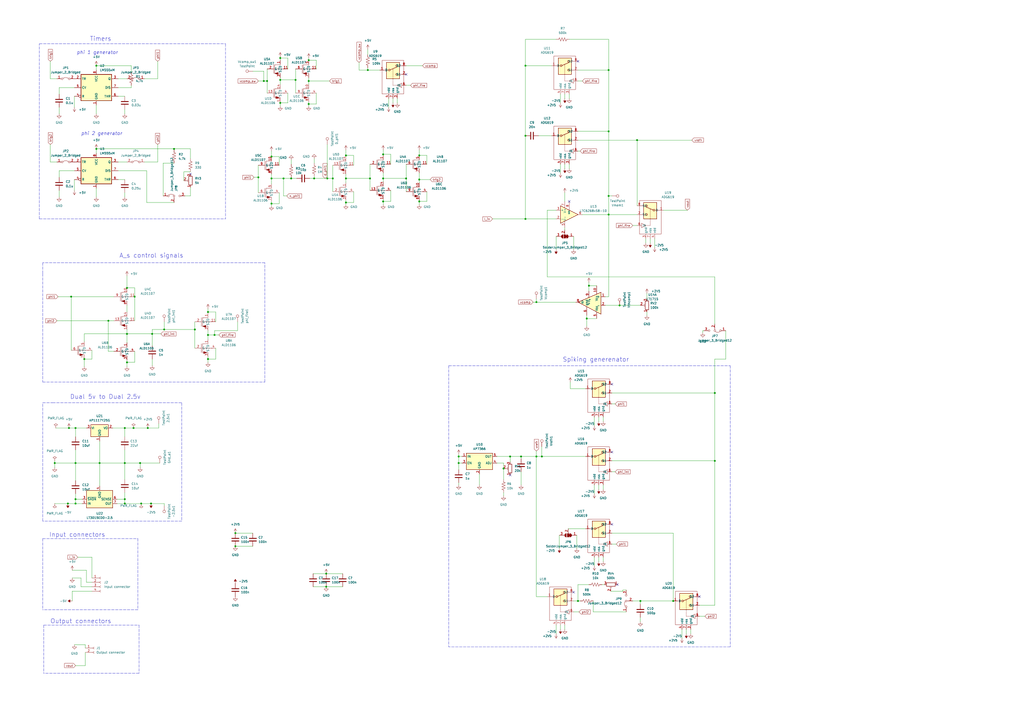
<source format=kicad_sch>
(kicad_sch (version 20211123) (generator eeschema)
  (paper "A2")
  (title_block (title "Single Spiking Neuron") (date "2022-08-23") (rev "1") (company "CIC - IPN"))
  (junction (at 136.525 316.865))
  (junction (at 222.25 103.505))
  (junction (at 162.56 46.355))
  (junction (at 200.66 103.505))
  (junction (at 95.25 191.135))
  (junction (at 213.36 40.64))
  (junction (at 43.815 292.1))
  (junction (at 43.815 268.605))
  (junction (at 340.36 184.785))
  (junction (at 162.56 33.655))
  (junction (at 304.8 127))
  (junction (at 73.66 193.675))
  (junction (at 414.655 227.965))
  (junction (at 43.815 248.285))
  (junction (at 235.585 103.505))
  (junction (at 78.105 172.085))
  (junction (at 353.06 40.64))
  (junction (at 73.66 210.185))
  (junction (at 72.39 268.605))
  (junction (at 62.865 186.055))
  (junction (at 214.63 103.505))
  (junction (at 120.65 208.28))
  (junction (at 390.525 348.615))
  (junction (at 149.86 102.87))
  (junction (at 39.37 292.1))
  (junction (at 40.005 248.285))
  (junction (at 81.28 268.605))
  (junction (at 314.325 264.795))
  (junction (at 124.46 194.31))
  (junction (at 154.94 46.99))
  (junction (at 113.03 191.135))
  (junction (at 353.06 124.46))
  (junction (at 304.8 78.74))
  (junction (at 189.865 103.505))
  (junction (at 222.25 89.535))
  (junction (at 179.07 46.99))
  (junction (at 302.26 264.795))
  (junction (at 200.66 117.475))
  (junction (at 341.63 165.735))
  (junction (at 157.48 118.11))
  (junction (at 295.91 264.795))
  (junction (at 311.15 175.26))
  (junction (at 162.56 59.69))
  (junction (at 243.205 90.17))
  (junction (at 73.66 167.005))
  (junction (at 31.75 268.605))
  (junction (at 182.245 103.505))
  (junction (at 371.475 348.615))
  (junction (at 87.63 292.1))
  (junction (at 179.07 60.325))
  (junction (at 243.205 116.84))
  (junction (at 136.525 309.245))
  (junction (at 120.65 194.31))
  (junction (at 292.1 271.78))
  (junction (at 359.41 177.165))
  (junction (at 43.815 289.56))
  (junction (at 243.205 104.14))
  (junction (at 153.035 46.99))
  (junction (at 266.065 268.605))
  (junction (at 55.88 38.1))
  (junction (at 157.48 103.505))
  (junction (at 81.915 292.1))
  (junction (at 171.45 46.355))
  (junction (at 120.65 180.975))
  (junction (at 88.265 193.675))
  (junction (at 414.655 267.335))
  (junction (at 100.965 86.36))
  (junction (at 193.04 103.505))
  (junction (at 353.06 76.2))
  (junction (at 311.15 264.795))
  (junction (at 335.28 348.615))
  (junction (at 200.66 90.17))
  (junction (at 57.785 268.605))
  (junction (at 55.88 86.36))
  (junction (at 48.895 208.28))
  (junction (at 304.8 38.1))
  (junction (at 222.25 116.84))
  (junction (at 77.47 248.285))
  (junction (at 189.23 340.36))
  (junction (at 266.065 264.795))
  (junction (at 179.07 34.925))
  (junction (at 72.39 292.1))
  (junction (at 41.275 172.085))
  (junction (at 189.23 332.74))
  (junction (at 164.465 103.505))
  (junction (at 157.48 90.805))
  (junction (at 168.91 103.505))
  (junction (at 353.06 113.665))
  (junction (at 72.39 289.56))
  (junction (at 72.39 248.285))
  (junction (at 369.57 81.28))
  (junction (at 85.725 248.285))
  (no_connect (at 330.2 116.84))
  (no_connect (at 332.74 343.535))
  (no_connect (at 405.765 346.075))
  (no_connect (at 354.965 304.165))
  (no_connect (at 354.965 222.885))
  (no_connect (at 354.965 262.255))
  (no_connect (at 295.91 275.59))
  (no_connect (at 358.14 339.09))
  (no_connect (at 335.28 35.56))
  (no_connect (at 235.585 43.18))
  (no_connect (at 110.49 100.965))
  (wire (pts (xy 354.965 227.965) (xy 414.655 227.965)))
  (wire (pts (xy 73.66 193.675) (xy 73.66 198.755)))
  (wire (pts (xy 113.03 191.135) (xy 113.03 201.93)))
  (wire (pts (xy 359.41 177.165) (xy 371.475 177.165)))
  (wire (pts (xy 162.56 33.02) (xy 162.56 33.655)))
  (wire (pts (xy 55.88 109.22) (xy 55.88 114.3)))
  (polyline (pts (xy 24.765 312.42) (xy 24.765 353.695)))
  (wire (pts (xy 398.145 365.125) (xy 398.145 367.665)))
  (wire (pts (xy 88.265 193.675) (xy 88.265 191.135)))
  (wire (pts (xy 327.66 111.76) (xy 327.66 116.84)))
  (wire (pts (xy 225.425 57.15) (xy 225.425 62.23)))
  (wire (pts (xy 226.695 95.25) (xy 226.695 89.535)))
  (wire (pts (xy 53.34 208.28) (xy 48.895 208.28)))
  (wire (pts (xy 243.205 116.84) (xy 243.205 116.205)))
  (polyline (pts (xy 80.01 312.42) (xy 80.01 353.695)))
  (wire (pts (xy 57.785 255.905) (xy 57.785 268.605)))
  (wire (pts (xy 353.06 113.665) (xy 354.965 113.665)))
  (wire (pts (xy 292.1 271.78) (xy 292.1 278.13)))
  (wire (pts (xy 43.815 268.605) (xy 31.75 268.605)))
  (wire (pts (xy 230.505 57.15) (xy 230.505 59.69)))
  (wire (pts (xy 124.46 191.77) (xy 124.46 194.31)))
  (wire (pts (xy 100.965 86.36) (xy 100.965 86.995)))
  (wire (pts (xy 327.66 132.08) (xy 327.66 133.35)))
  (wire (pts (xy 182.245 92.075) (xy 182.245 94.615)))
  (wire (pts (xy 335.28 348.615) (xy 336.55 348.615)))
  (wire (pts (xy 182.245 102.235) (xy 182.245 103.505)))
  (wire (pts (xy 47.625 289.56) (xy 43.815 289.56)))
  (wire (pts (xy 43.815 260.985) (xy 43.815 268.605)))
  (wire (pts (xy 375.285 180.975) (xy 375.285 182.88)))
  (wire (pts (xy 48.895 198.12) (xy 48.895 193.675)))
  (wire (pts (xy 193.04 103.505) (xy 193.04 111.125)))
  (wire (pts (xy 43.18 55.88) (xy 43.18 62.23)))
  (wire (pts (xy 226.695 110.49) (xy 226.695 116.84)))
  (wire (pts (xy 162.56 45.085) (xy 162.56 46.355)))
  (wire (pts (xy 110.49 108.585) (xy 110.49 113.665)))
  (wire (pts (xy 168.91 102.87) (xy 168.91 103.505)))
  (wire (pts (xy 222.25 116.84) (xy 222.25 115.57)))
  (wire (pts (xy 72.39 260.985) (xy 72.39 268.605)))
  (wire (pts (xy 344.805 241.935) (xy 344.805 247.015)))
  (wire (pts (xy 120.65 180.975) (xy 120.65 179.07)))
  (wire (pts (xy 247.65 111.125) (xy 247.65 116.84)))
  (wire (pts (xy 34.29 62.23) (xy 34.29 66.04)))
  (wire (pts (xy 332.74 137.16) (xy 332.74 144.78)))
  (wire (pts (xy 379.73 138.43) (xy 379.73 143.51)))
  (wire (pts (xy 167.005 33.655) (xy 162.56 33.655)))
  (wire (pts (xy 332.74 348.615) (xy 335.28 348.615)))
  (wire (pts (xy 162.56 46.355) (xy 162.56 48.895)))
  (wire (pts (xy 266.065 268.605) (xy 266.065 264.795)))
  (wire (pts (xy 43.815 248.285) (xy 50.165 248.285)))
  (wire (pts (xy 278.13 274.955) (xy 278.13 281.305)))
  (wire (pts (xy 344.805 281.305) (xy 344.805 286.385)))
  (wire (pts (xy 110.49 86.36) (xy 100.965 86.36)))
  (wire (pts (xy 354.965 315.595) (xy 357.505 315.595)))
  (wire (pts (xy 414.655 208.28) (xy 421.005 208.28)))
  (wire (pts (xy 179.07 33.655) (xy 179.07 34.925)))
  (wire (pts (xy 235.585 95.25) (xy 235.585 103.505)))
  (wire (pts (xy 317.5 160.655) (xy 317.5 121.92)))
  (wire (pts (xy 62.865 203.835) (xy 62.865 186.055)))
  (wire (pts (xy 267.97 268.605) (xy 266.065 268.605)))
  (wire (pts (xy 266.065 264.795) (xy 267.97 264.795)))
  (wire (pts (xy 304.8 38.1) (xy 304.8 78.74)))
  (wire (pts (xy 247.65 95.25) (xy 247.65 90.17)))
  (wire (pts (xy 266.065 268.605) (xy 266.065 272.415)))
  (wire (pts (xy 349.885 281.305) (xy 349.885 283.845)))
  (wire (pts (xy 34.29 110.49) (xy 34.29 114.3)))
  (wire (pts (xy 34.29 99.06) (xy 43.18 99.06)))
  (wire (pts (xy 137.795 186.69) (xy 137.795 191.77)))
  (wire (pts (xy 29.21 93.98) (xy 33.02 93.98)))
  (wire (pts (xy 76.2 49.53) (xy 76.2 50.8)))
  (wire (pts (xy 304.8 38.1) (xy 320.04 38.1)))
  (wire (pts (xy 31.75 267.335) (xy 31.75 268.605)))
  (wire (pts (xy 32.385 248.285) (xy 40.005 248.285)))
  (wire (pts (xy 95.25 293.37) (xy 95.25 292.1)))
  (wire (pts (xy 40.005 248.285) (xy 43.815 248.285)))
  (polyline (pts (xy 24.765 158.75) (xy 24.765 221.615)))
  (wire (pts (xy 347.345 281.305) (xy 347.345 283.845)))
  (wire (pts (xy 295.91 264.795) (xy 302.26 264.795)))
  (wire (pts (xy 214.63 103.505) (xy 214.63 110.49)))
  (wire (pts (xy 200.66 117.475) (xy 200.66 116.205)))
  (wire (pts (xy 200.66 103.505) (xy 214.63 103.505)))
  (wire (pts (xy 94.615 94.615) (xy 100.965 94.615)))
  (polyline (pts (xy 22.86 127) (xy 22.86 25.4)))
  (wire (pts (xy 125.095 180.975) (xy 120.65 180.975)))
  (wire (pts (xy 347.345 241.935) (xy 347.345 244.475)))
  (wire (pts (xy 43.18 104.14) (xy 43.18 110.49)))
  (wire (pts (xy 369.57 130.81) (xy 367.03 130.81)))
  (wire (pts (xy 29.21 83.82) (xy 29.21 93.98)))
  (wire (pts (xy 353.06 124.46) (xy 369.57 124.46)))
  (wire (pts (xy 327.66 95.25) (xy 327.66 97.79)))
  (polyline (pts (xy 423.545 375.285) (xy 260.35 375.285)))
  (polyline (pts (xy 260.35 212.09) (xy 423.545 212.09)))
  (wire (pts (xy 120.65 194.31) (xy 120.65 196.85)))
  (wire (pts (xy 179.07 60.325) (xy 179.07 61.595)))
  (wire (pts (xy 247.65 90.17) (xy 243.205 90.17)))
  (wire (pts (xy 65.405 248.285) (xy 72.39 248.285)))
  (wire (pts (xy 167.005 59.69) (xy 162.56 59.69)))
  (polyline (pts (xy 24.765 233.68) (xy 30.48 233.68)))
  (wire (pts (xy 85.09 117.475) (xy 85.09 99.06)))
  (wire (pts (xy 340.36 184.785) (xy 340.36 189.23)))
  (wire (pts (xy 31.75 268.605) (xy 31.75 271.145)))
  (polyline (pts (xy 22.86 25.4) (xy 130.81 25.4)))
  (wire (pts (xy 400.685 365.125) (xy 400.685 367.665)))
  (wire (pts (xy 183.515 34.925) (xy 179.07 34.925)))
  (wire (pts (xy 72.39 289.56) (xy 72.39 292.1)))
  (wire (pts (xy 407.67 191.77) (xy 407.67 193.04)))
  (wire (pts (xy 72.39 248.285) (xy 77.47 248.285)))
  (wire (pts (xy 222.25 116.84) (xy 222.25 118.745)))
  (wire (pts (xy 146.685 41.275) (xy 153.035 41.275)))
  (wire (pts (xy 53.34 335.28) (xy 53.34 323.215)))
  (wire (pts (xy 325.12 362.585) (xy 325.12 365.125)))
  (wire (pts (xy 349.885 323.215) (xy 349.885 325.755)))
  (wire (pts (xy 339.725 264.795) (xy 314.325 264.795)))
  (wire (pts (xy 344.17 354.965) (xy 344.17 348.615)))
  (wire (pts (xy 153.035 41.275) (xy 153.035 46.99)))
  (wire (pts (xy 222.25 89.535) (xy 222.25 90.17)))
  (wire (pts (xy 68.58 93.98) (xy 73.66 93.98)))
  (wire (pts (xy 91.44 93.98) (xy 91.44 83.82)))
  (wire (pts (xy 288.29 268.605) (xy 292.1 268.605)))
  (wire (pts (xy 83.82 45.72) (xy 91.44 45.72)))
  (wire (pts (xy 81.28 268.605) (xy 92.71 268.605)))
  (wire (pts (xy 327.66 362.585) (xy 327.66 365.125)))
  (wire (pts (xy 325.12 54.61) (xy 325.12 59.69)))
  (wire (pts (xy 213.36 28.575) (xy 213.36 31.75)))
  (wire (pts (xy 149.86 102.87) (xy 149.86 111.76)))
  (wire (pts (xy 200.66 90.17) (xy 200.66 90.805)))
  (wire (pts (xy 200.66 100.965) (xy 200.66 103.505)))
  (wire (pts (xy 78.105 203.835) (xy 78.105 210.185)))
  (wire (pts (xy 335.28 40.64) (xy 353.06 40.64)))
  (wire (pts (xy 55.88 38.1) (xy 55.88 40.64)))
  (wire (pts (xy 335.28 76.2) (xy 353.06 76.2)))
  (wire (pts (xy 311.15 261.62) (xy 311.15 264.795)))
  (wire (pts (xy 53.34 337.82) (xy 50.165 337.82)))
  (wire (pts (xy 322.58 362.585) (xy 322.58 367.665)))
  (wire (pts (xy 171.45 46.355) (xy 171.45 53.975)))
  (wire (pts (xy 354.965 309.245) (xy 390.525 309.245)))
  (wire (pts (xy 353.06 40.64) (xy 353.06 76.2)))
  (wire (pts (xy 351.155 172.085) (xy 353.06 172.085)))
  (wire (pts (xy 414.655 227.965) (xy 414.655 267.335)))
  (wire (pts (xy 340.36 182.88) (xy 340.36 184.785)))
  (wire (pts (xy 374.65 138.43) (xy 374.65 140.97)))
  (wire (pts (xy 154.94 40.005) (xy 154.94 46.99)))
  (wire (pts (xy 157.48 118.11) (xy 157.48 119.38)))
  (wire (pts (xy 311.15 173.355) (xy 311.15 175.26)))
  (wire (pts (xy 369.57 81.28) (xy 369.57 119.38)))
  (wire (pts (xy 76.2 41.91) (xy 76.2 38.1)))
  (polyline (pts (xy 105.41 233.68) (xy 105.41 302.26)))
  (wire (pts (xy 88.265 208.28) (xy 88.265 212.09)))
  (wire (pts (xy 311.15 175.26) (xy 309.245 175.26)))
  (polyline (pts (xy 25.4 362.585) (xy 80.645 362.585)))
  (wire (pts (xy 314.325 264.795) (xy 311.15 264.795)))
  (wire (pts (xy 330.2 95.25) (xy 330.2 97.79)))
  (wire (pts (xy 48.895 193.675) (xy 73.66 193.675)))
  (wire (pts (xy 43.815 268.605) (xy 43.815 278.765)))
  (wire (pts (xy 371.475 348.615) (xy 371.475 350.52)))
  (wire (pts (xy 222.25 100.33) (xy 222.25 103.505)))
  (wire (pts (xy 375.285 170.18) (xy 375.285 173.355)))
  (wire (pts (xy 147.32 102.87) (xy 149.86 102.87)))
  (wire (pts (xy 164.465 113.665) (xy 164.465 103.505)))
  (wire (pts (xy 334.645 310.515) (xy 334.645 318.135)))
  (wire (pts (xy 49.53 374.015) (xy 43.18 374.015)))
  (wire (pts (xy 167.005 53.975) (xy 167.005 59.69)))
  (wire (pts (xy 34.29 50.8) (xy 34.29 54.61)))
  (wire (pts (xy 106.68 99.695) (xy 106.68 104.775)))
  (wire (pts (xy 302.26 264.795) (xy 311.15 264.795)))
  (wire (pts (xy 285.75 127) (xy 304.8 127)))
  (wire (pts (xy 335.28 46.99) (xy 337.82 46.99)))
  (polyline (pts (xy 130.81 25.4) (xy 130.81 127)))
  (wire (pts (xy 330.835 225.425) (xy 330.835 221.615)))
  (wire (pts (xy 72.39 285.75) (xy 72.39 289.56)))
  (wire (pts (xy 72.39 292.1) (xy 67.945 292.1)))
  (wire (pts (xy 349.25 339.09) (xy 350.52 339.09)))
  (wire (pts (xy 317.5 121.92) (xy 322.58 121.92)))
  (wire (pts (xy 335.28 339.09) (xy 341.63 339.09)))
  (wire (pts (xy 351.155 177.165) (xy 359.41 177.165)))
  (wire (pts (xy 49.53 375.92) (xy 49.53 374.015)))
  (wire (pts (xy 53.34 323.215) (xy 45.085 323.215)))
  (wire (pts (xy 53.34 342.9) (xy 41.91 342.9)))
  (wire (pts (xy 33.655 172.085) (xy 41.275 172.085)))
  (wire (pts (xy 166.37 113.665) (xy 164.465 113.665)))
  (wire (pts (xy 312.42 78.74) (xy 320.04 78.74)))
  (wire (pts (xy 363.22 354.965) (xy 344.17 354.965)))
  (wire (pts (xy 161.925 90.805) (xy 157.48 90.805)))
  (wire (pts (xy 43.815 292.1) (xy 47.625 292.1)))
  (wire (pts (xy 330.2 54.61) (xy 330.2 57.15)))
  (wire (pts (xy 120.65 208.28) (xy 120.65 210.185)))
  (wire (pts (xy 161.925 95.885) (xy 161.925 90.805)))
  (wire (pts (xy 162.56 33.655) (xy 162.56 34.925)))
  (wire (pts (xy 235.585 38.1) (xy 245.11 38.1)))
  (wire (pts (xy 304.8 127) (xy 322.58 127)))
  (wire (pts (xy 157.48 118.11) (xy 157.48 116.84)))
  (wire (pts (xy 120.65 207.01) (xy 120.65 208.28)))
  (wire (pts (xy 73.66 160.02) (xy 73.66 167.005)))
  (wire (pts (xy 81.28 271.145) (xy 81.28 268.605)))
  (wire (pts (xy 167.005 40.005) (xy 167.005 33.655)))
  (wire (pts (xy 361.315 342.9) (xy 354.33 342.9)))
  (polyline (pts (xy 30.48 233.68) (xy 105.41 233.68)))
  (wire (pts (xy 361.315 342.265) (xy 361.315 342.9)))
  (wire (pts (xy 266.065 263.525) (xy 266.065 264.795)))
  (wire (pts (xy 226.695 89.535) (xy 222.25 89.535)))
  (wire (pts (xy 78.105 210.185) (xy 73.66 210.185)))
  (wire (pts (xy 41.275 172.085) (xy 41.275 203.2)))
  (wire (pts (xy 88.265 191.135) (xy 95.25 191.135)))
  (wire (pts (xy 208.28 36.195) (xy 208.28 40.64)))
  (polyline (pts (xy 80.01 353.695) (xy 24.765 353.695)))
  (wire (pts (xy 34.29 99.06) (xy 34.29 102.87)))
  (wire (pts (xy 125.095 186.69) (xy 125.095 180.975)))
  (wire (pts (xy 183.515 60.325) (xy 179.07 60.325)))
  (wire (pts (xy 193.04 95.885) (xy 193.04 103.505)))
  (wire (pts (xy 73.66 193.675) (xy 88.265 193.675)))
  (wire (pts (xy 157.48 100.965) (xy 157.48 103.505)))
  (wire (pts (xy 120.65 191.77) (xy 120.65 194.31)))
  (wire (pts (xy 226.695 116.84) (xy 222.25 116.84)))
  (wire (pts (xy 110.49 92.075) (xy 110.49 86.36)))
  (wire (pts (xy 55.88 60.96) (xy 55.88 66.04)))
  (wire (pts (xy 49.53 378.46) (xy 49.53 386.08)))
  (wire (pts (xy 92.075 248.285) (xy 85.725 248.285)))
  (wire (pts (xy 95.25 191.135) (xy 113.03 191.135)))
  (wire (pts (xy 72.39 292.1) (xy 81.915 292.1)))
  (wire (pts (xy 73.66 191.135) (xy 73.66 193.675)))
  (wire (pts (xy 205.105 117.475) (xy 200.66 117.475)))
  (polyline (pts (xy 22.86 127) (xy 130.81 127)))
  (wire (pts (xy 73.66 208.915) (xy 73.66 210.185)))
  (wire (pts (xy 205.105 90.17) (xy 200.66 90.17)))
  (wire (pts (xy 354.965 273.685) (xy 356.87 273.685)))
  (wire (pts (xy 208.28 40.64) (xy 213.36 40.64)))
  (wire (pts (xy 157.48 103.505) (xy 164.465 103.505)))
  (polyline (pts (xy 24.765 152.4) (xy 24.765 158.75)))
  (wire (pts (xy 295.91 264.795) (xy 295.91 267.97)))
  (wire (pts (xy 414.655 351.155) (xy 405.765 351.155)))
  (wire (pts (xy 213.36 40.64) (xy 213.36 39.37)))
  (wire (pts (xy 322.58 137.16) (xy 322.58 144.78)))
  (wire (pts (xy 354.965 234.315) (xy 356.87 234.315)))
  (wire (pts (xy 100.965 117.475) (xy 85.09 117.475)))
  (wire (pts (xy 179.07 45.085) (xy 179.07 46.99)))
  (wire (pts (xy 55.88 86.36) (xy 100.965 86.36)))
  (wire (pts (xy 179.07 59.055) (xy 179.07 60.325)))
  (wire (pts (xy 335.28 81.28) (xy 369.57 81.28)))
  (wire (pts (xy 41.275 172.085) (xy 66.04 172.085)))
  (wire (pts (xy 367.03 348.615) (xy 371.475 348.615)))
  (wire (pts (xy 322.58 22.86) (xy 304.8 22.86)))
  (wire (pts (xy 33.02 186.055) (xy 62.865 186.055)))
  (wire (pts (xy 182.245 103.505) (xy 189.865 103.505)))
  (wire (pts (xy 243.205 100.33) (xy 243.205 104.14)))
  (wire (pts (xy 162.56 46.355) (xy 171.45 46.355)))
  (polyline (pts (xy 24.765 312.42) (xy 80.01 312.42)))
  (wire (pts (xy 353.06 22.86) (xy 330.2 22.86)))
  (wire (pts (xy 200.66 103.505) (xy 200.66 106.045)))
  (wire (pts (xy 78.105 172.085) (xy 78.105 186.055)))
  (wire (pts (xy 157.48 87.63) (xy 157.48 90.805)))
  (wire (pts (xy 235.585 49.53) (xy 238.125 49.53)))
  (wire (pts (xy 353.06 113.665) (xy 353.06 124.46)))
  (wire (pts (xy 154.94 46.99) (xy 154.94 53.975)))
  (wire (pts (xy 302.26 264.795) (xy 302.26 266.065)))
  (wire (pts (xy 335.28 348.615) (xy 335.28 339.09)))
  (wire (pts (xy 384.81 121.92) (xy 398.78 121.92)))
  (wire (pts (xy 157.48 103.505) (xy 157.48 106.68)))
  (wire (pts (xy 181.61 332.74) (xy 189.23 332.74)))
  (polyline (pts (xy 423.545 212.09) (xy 423.545 375.285)))
  (wire (pts (xy 181.61 340.36) (xy 189.23 340.36)))
  (wire (pts (xy 327.66 54.61) (xy 327.66 57.15)))
  (wire (pts (xy 183.515 53.975) (xy 183.515 60.325)))
  (wire (pts (xy 179.705 103.505) (xy 182.245 103.505)))
  (wire (pts (xy 200.66 117.475) (xy 200.66 118.745)))
  (wire (pts (xy 200.66 86.995) (xy 200.66 90.17)))
  (polyline (pts (xy 260.35 212.09) (xy 260.35 375.285)))
  (wire (pts (xy 405.765 357.505) (xy 408.94 357.505)))
  (wire (pts (xy 57.785 268.605) (xy 57.785 281.94)))
  (wire (pts (xy 53.34 340.36) (xy 46.99 340.36)))
  (wire (pts (xy 29.21 35.56) (xy 29.21 45.72)))
  (wire (pts (xy 235.585 103.505) (xy 235.585 111.125)))
  (wire (pts (xy 120.65 194.31) (xy 124.46 194.31)))
  (wire (pts (xy 55.88 86.36) (xy 55.88 88.9)))
  (wire (pts (xy 48.895 208.28) (xy 48.895 212.725)))
  (wire (pts (xy 62.865 186.055) (xy 66.04 186.055)))
  (wire (pts (xy 50.165 330.835) (xy 41.91 330.835)))
  (wire (pts (xy 414.655 208.28) (xy 414.655 227.965)))
  (wire (pts (xy 304.8 78.74) (xy 304.8 127)))
  (wire (pts (xy 347.345 323.215) (xy 347.345 325.755)))
  (wire (pts (xy 189.865 103.505) (xy 193.04 103.505)))
  (wire (pts (xy 87.63 292.1) (xy 81.915 292.1)))
  (wire (pts (xy 344.805 323.215) (xy 344.805 328.295)))
  (wire (pts (xy 371.475 358.14) (xy 371.475 360.68)))
  (wire (pts (xy 76.2 50.8) (xy 68.58 50.8)))
  (wire (pts (xy 72.39 268.605) (xy 57.785 268.605)))
  (wire (pts (xy 247.65 116.84) (xy 243.205 116.84)))
  (wire (pts (xy 78.105 167.005) (xy 73.66 167.005)))
  (wire (pts (xy 76.2 38.1) (xy 55.88 38.1)))
  (wire (pts (xy 179.07 46.99) (xy 179.07 48.895)))
  (wire (pts (xy 95.25 292.1) (xy 87.63 292.1)))
  (wire (pts (xy 41.91 342.9) (xy 41.91 348.615)))
  (wire (pts (xy 66.04 203.835) (xy 62.865 203.835)))
  (wire (pts (xy 243.205 104.14) (xy 249.555 104.14)))
  (wire (pts (xy 72.39 248.285) (xy 72.39 253.365)))
  (polyline (pts (xy 153.67 221.615) (xy 153.67 152.4)))
  (wire (pts (xy 43.815 289.56) (xy 43.815 286.385)))
  (wire (pts (xy 125.095 208.28) (xy 120.65 208.28)))
  (wire (pts (xy 125.095 201.93) (xy 125.095 208.28)))
  (wire (pts (xy 332.74 354.965) (xy 335.915 354.965)))
  (wire (pts (xy 214.63 95.25) (xy 214.63 103.505)))
  (wire (pts (xy 390.525 309.245) (xy 390.525 348.615)))
  (wire (pts (xy 72.39 111.76) (xy 72.39 114.3)))
  (wire (pts (xy 189.23 340.36) (xy 198.755 340.36)))
  (wire (pts (xy 67.945 289.56) (xy 72.39 289.56)))
  (wire (pts (xy 222.25 103.505) (xy 222.25 105.41)))
  (wire (pts (xy 314.325 259.08) (xy 314.325 264.795)))
  (wire (pts (xy 334.01 175.26) (xy 311.15 175.26)))
  (polyline (pts (xy 153.67 152.4) (xy 24.765 152.4)))
  (wire (pts (xy 421.005 208.28) (xy 421.005 191.77)))
  (wire (pts (xy 325.12 95.25) (xy 325.12 100.33)))
  (wire (pts (xy 339.725 225.425) (xy 330.835 225.425)))
  (wire (pts (xy 349.885 241.935) (xy 349.885 244.475)))
  (wire (pts (xy 172.085 103.505) (xy 168.91 103.505)))
  (wire (pts (xy 88.265 193.675) (xy 93.345 193.675)))
  (wire (pts (xy 68.58 104.14) (xy 72.39 104.14)))
  (wire (pts (xy 68.58 99.06) (xy 85.09 99.06)))
  (wire (pts (xy 340.36 184.785) (xy 346.075 184.785)))
  (wire (pts (xy 110.49 99.695) (xy 106.68 99.695)))
  (wire (pts (xy 161.925 111.76) (xy 161.925 118.11)))
  (wire (pts (xy 407.67 191.77) (xy 408.305 191.77)))
  (polyline (pts (xy 80.645 390.525) (xy 25.4 390.525)))
  (wire (pts (xy 353.06 124.46) (xy 353.06 172.085)))
  (wire (pts (xy 243.205 104.14) (xy 243.205 106.045)))
  (polyline (pts (xy 25.4 362.585) (xy 25.4 390.525)))
  (wire (pts (xy 311.15 264.795) (xy 311.15 346.075)))
  (wire (pts (xy 371.475 348.615) (xy 390.525 348.615)))
  (polyline (pts (xy 80.645 362.585) (xy 80.645 390.525)))
  (wire (pts (xy 73.66 210.185) (xy 73.66 212.725)))
  (wire (pts (xy 92.075 245.745) (xy 92.075 248.285)))
  (wire (pts (xy 189.865 83.82) (xy 189.865 103.505)))
  (wire (pts (xy 311.15 346.075) (xy 317.5 346.075)))
  (wire (pts (xy 29.21 45.72) (xy 33.02 45.72)))
  (wire (pts (xy 353.06 22.86) (xy 353.06 40.64)))
  (wire (pts (xy 57.785 268.605) (xy 43.815 268.605)))
  (wire (pts (xy 341.63 165.735) (xy 341.63 168.91)))
  (wire (pts (xy 46.99 340.36) (xy 46.99 335.28)))
  (wire (pts (xy 72.39 268.605) (xy 72.39 278.13)))
  (polyline (pts (xy 24.765 302.26) (xy 24.765 233.68)))
  (wire (pts (xy 162.56 59.69) (xy 162.56 61.595)))
  (wire (pts (xy 149.86 46.99) (xy 153.035 46.99)))
  (wire (pts (xy 354.965 267.335) (xy 414.655 267.335)))
  (wire (pts (xy 136.525 316.865) (xy 146.685 316.865)))
  (wire (pts (xy 39.37 292.1) (xy 43.815 292.1)))
  (wire (pts (xy 164.465 103.505) (xy 168.91 103.505)))
  (wire (pts (xy 162.56 59.055) (xy 162.56 59.69)))
  (wire (pts (xy 41.91 335.28) (xy 46.99 335.28)))
  (polyline (pts (xy 105.41 302.26) (xy 24.765 302.26)))
  (wire (pts (xy 83.82 93.98) (xy 91.44 93.98)))
  (wire (pts (xy 179.07 46.99) (xy 191.135 46.99)))
  (wire (pts (xy 337.82 124.46) (xy 353.06 124.46)))
  (wire (pts (xy 120.65 180.975) (xy 120.65 181.61)))
  (wire (pts (xy 288.29 264.795) (xy 295.91 264.795)))
  (wire (pts (xy 168.91 92.71) (xy 168.91 95.25)))
  (wire (pts (xy 292.1 268.605) (xy 292.1 271.78)))
  (wire (pts (xy 222.25 103.505) (xy 235.585 103.505)))
  (wire (pts (xy 113.03 186.69) (xy 113.03 191.135)))
  (wire (pts (xy 395.605 365.125) (xy 395.605 370.205)))
  (wire (pts (xy 53.34 203.2) (xy 53.34 208.28)))
  (wire (pts (xy 414.655 160.655) (xy 317.5 160.655)))
  (wire (pts (xy 243.205 86.995) (xy 243.205 90.17)))
  (wire (pts (xy 31.75 292.1) (xy 39.37 292.1)))
  (polyline (pts (xy 24.765 221.615) (xy 153.67 221.615)))
  (wire (pts (xy 73.66 177.165) (xy 73.66 180.975)))
  (wire (pts (xy 189.23 332.74) (xy 198.755 332.74)))
  (wire (pts (xy 161.925 118.11) (xy 157.48 118.11)))
  (wire (pts (xy 94.615 113.665) (xy 94.615 94.615)))
  (wire (pts (xy 266.065 280.035) (xy 266.065 281.305)))
  (wire (pts (xy 183.515 40.005) (xy 183.515 34.925)))
  (wire (pts (xy 414.655 160.655) (xy 414.655 187.96)))
  (wire (pts (xy 205.105 111.125) (xy 205.105 117.475)))
  (wire (pts (xy 49.53 386.08) (xy 43.815 386.08)))
  (wire (pts (xy 329.565 306.705) (xy 339.725 306.705)))
  (wire (pts (xy 369.57 81.28) (xy 401.32 81.28)))
  (wire (pts (xy 335.28 87.63) (xy 336.55 87.63)))
  (wire (pts (xy 149.86 95.885) (xy 149.86 102.87)))
  (wire (pts (xy 324.485 310.515) (xy 324.485 318.135)))
  (wire (pts (xy 171.45 40.005) (xy 171.45 46.355)))
  (wire (pts (xy 304.8 22.86) (xy 304.8 38.1)))
  (wire (pts (xy 88.265 193.675) (xy 88.265 200.66)))
  (wire (pts (xy 68.58 55.88) (xy 72.39 55.88)))
  (wire (pts (xy 341.63 165.735) (xy 341.63 163.83)))
  (wire (pts (xy 363.22 342.265) (xy 361.315 342.265)))
  (wire (pts (xy 85.725 248.285) (xy 77.47 248.285)))
  (wire (pts (xy 43.815 248.285) (xy 43.815 253.365)))
  (wire (pts (xy 91.44 45.72) (xy 91.44 35.56)))
  (wire (pts (xy 78.105 167.005) (xy 78.105 172.085)))
  (wire (pts (xy 81.28 268.605) (xy 72.39 268.605)))
  (wire (pts (xy 72.39 63.5) (xy 72.39 66.04)))
  (wire (pts (xy 50.165 337.82) (xy 50.165 330.835)))
  (wire (pts (xy 222.25 86.995) (xy 222.25 89.535)))
  (wire (pts (xy 137.795 191.77) (xy 124.46 191.77)))
  (wire (pts (xy 34.29 50.8) (xy 43.18 50.8)))
  (wire (pts (xy 136.525 309.245) (xy 146.685 309.245)))
  (wire (pts (xy 68.58 45.72) (xy 73.66 45.72)))
  (wire (pts (xy 95.25 186.69) (xy 95.25 191.135)))
  (wire (pts (xy 377.19 138.43) (xy 377.19 140.97)))
  (wire (pts (xy 205.105 95.885) (xy 205.105 90.17)))
  (wire (pts (xy 153.035 46.99) (xy 154.94 46.99)))
  (wire (pts (xy 353.06 76.2) (xy 353.06 113.665)))
  (wire (pts (xy 220.345 40.64) (xy 213.36 40.64)))
  (wire (pts (xy 227.965 57.15) (xy 227.965 59.69)))
  (wire (pts (xy 292.1 285.75) (xy 292.1 287.655)))
  (wire (pts (xy 302.26 273.685) (xy 302.26 281.305)))
  (wire (pts (xy 43.815 289.56) (xy 43.815 292.1)))
  (wire (pts (xy 124.46 194.31) (xy 127 194.31)))
  (wire (pts (xy 110.49 113.665) (xy 107.315 113.665)))
  (wire (pts (xy 243.205 116.84) (xy 243.205 118.745)))
  (wire (pts (xy 346.075 165.735) (xy 341.63 165.735)))
  (wire (pts (xy 414.655 267.335) (xy 414.655 351.155)))
  (text "Timers" (at 52.07 24.13 0) (effects (font (size 2.54 2.54)) (justify left bottom)))
  (text "Output connectors" (at 29.21 361.95 0) (effects (font (size 2.54 2.54)) (justify left bottom)))
  (text "Spiking generenator\n" (at 326.39 210.185 0) (effects (font (size 2.54 2.54)) (justify left bottom)))
  (text "Input connectors" (at 28.575 311.785 0) (effects (font (size 2.54 2.54)) (justify left bottom)))
  (text "Dual 5v to Dual 2.5v" (at 40.64 231.775 0) (effects (font (size 2.54 2.54)) (justify left bottom)))
  (text "A_s control signals" (at 69.215 149.86 0) (effects (font (size 2.54 2.54)) (justify left bottom)))
  (text "phi 1 generator\n" (at 44.45 31.75 0) (effects (font (size 2 2) italic) (justify left bottom)))
  (text "phi 2 generator\n" (at 46.99 78.74 0) (effects (font (size 2 2) italic) (justify left bottom)))
  (global_label "phi_fire" (shape input) (at 127 194.31 0) (property "Intersheet References" "${INTERSHEET_REFS}" (effects hide)))
  (global_label "vout" (shape input) (at 43.815 386.08 180) (property "Intersheet References" "${INTERSHEET_REFS}" (effects hide)))
  (global_label "phi2" (shape input) (at 91.44 83.82 90) (property "Intersheet References" "${INTERSHEET_REFS}" (effects hide)))
  (global_label "I_in" (shape input) (at 45.085 323.215 180) (property "Intersheet References" "${INTERSHEET_REFS}" (effects hide)))
  (global_label "phi1" (shape input) (at 147.32 102.87 180) (property "Intersheet References" "${INTERSHEET_REFS}" (effects hide)))
  (global_label "trig1" (shape input) (at 29.21 35.56 90) (property "Intersheet References" "${INTERSHEET_REFS}" (effects hide)))
  (global_label "I_in" (shape input) (at 285.75 127 180) (property "Intersheet References" "${INTERSHEET_REFS}" (effects hide)))
  (global_label "phi_fire" (shape input) (at 336.55 87.63 0) (property "Intersheet References" "${INTERSHEET_REFS}" (effects hide)))
  (global_label "vout" (shape input) (at 398.78 121.92 90) (property "Intersheet References" "${INTERSHEET_REFS}" (effects hide)))
  (global_label "vcomp" (shape input) (at 245.11 38.1 0) (property "Intersheet References" "${INTERSHEET_REFS}" (effects hide)))
  (global_label "phi1" (shape input) (at 91.44 35.56 90) (property "Intersheet References" "${INTERSHEET_REFS}" (effects hide)))
  (global_label "vcomp" (shape input) (at 309.245 175.26 180) (property "Intersheet References" "${INTERSHEET_REFS}" (effects hide)))
  (global_label "trig2" (shape input) (at 29.21 83.82 90) (property "Intersheet References" "${INTERSHEET_REFS}" (effects hide)))
  (global_label "vrefr" (shape input) (at 401.32 81.28 0) (property "Intersheet References" "${INTERSHEET_REFS}" (effects hide)))
  (global_label "phi1" (shape input) (at 33.655 172.085 180) (property "Intersheet References" "${INTERSHEET_REFS}" (effects hide)))
  (global_label "phi2" (shape input) (at 33.02 186.055 180) (property "Intersheet References" "${INTERSHEET_REFS}" (effects hide)))
  (global_label "d_phi1" (shape input) (at 188.595 103.505 90) (property "Intersheet References" "${INTERSHEET_REFS}" (effects hide)))
  (global_label "vcomp_sw" (shape input) (at 149.86 46.99 180) (property "Intersheet References" "${INTERSHEET_REFS}" (effects hide)))
  (global_label "phi_fire" (shape input) (at 367.03 130.81 180) (property "Intersheet References" "${INTERSHEET_REFS}" (effects hide)))
  (global_label "n_phi1" (shape input) (at 166.37 113.665 0) (property "Intersheet References" "${INTERSHEET_REFS}" (effects hide)))
  (global_label "phi_int" (shape input) (at 356.87 273.685 0) (property "Intersheet References" "${INTERSHEET_REFS}" (effects hide)))
  (global_label "trig2" (shape input) (at 249.555 104.14 0) (property "Intersheet References" "${INTERSHEET_REFS}" (effects hide)))
  (global_label "vrefr" (shape input) (at 311.15 261.62 90) (property "Intersheet References" "${INTERSHEET_REFS}" (effects hide)))
  (global_label "phi1" (shape input) (at 357.505 315.595 0) (property "Intersheet References" "${INTERSHEET_REFS}" (effects hide)))
  (global_label "phi_fire" (shape input) (at 238.125 49.53 0) (property "Intersheet References" "${INTERSHEET_REFS}" (effects hide)))
  (global_label "phi_int" (shape input) (at 93.345 193.675 0) (property "Intersheet References" "${INTERSHEET_REFS}" (effects hide)))
  (global_label "phi2" (shape input) (at 408.94 357.505 0) (property "Intersheet References" "${INTERSHEET_REFS}" (effects hide)))
  (global_label "vcomp_sw" (shape input) (at 208.28 36.195 90) (property "Intersheet References" "${INTERSHEET_REFS}" (effects hide)))
  (global_label "phi1" (shape input) (at 356.87 234.315 0) (property "Intersheet References" "${INTERSHEET_REFS}" (effects hide)))
  (global_label "phi_fire" (shape input) (at 337.82 46.99 0) (property "Intersheet References" "${INTERSHEET_REFS}" (effects hide)))
  (global_label "trig1" (shape input) (at 191.135 46.99 0) (property "Intersheet References" "${INTERSHEET_REFS}" (effects hide)))
  (global_label "phi2" (shape input) (at 335.915 354.965 0) (property "Intersheet References" "${INTERSHEET_REFS}" (effects hide)))
  (symbol (lib_id "ALD_MOS:ALD1107") (at 240.03 90.805 0) (unit 2)
    (property "Reference" "U4" (at 255.27 90.9193 0))
    (property "Value" "ALD1107" (at 255.27 93.4593 0))
    (property "Footprint" "Package_SO:SOIC-14_3.9x8.7mm_P1.27mm" (effects hide))
    (property "Datasheet" "https://www.aldinc.com/pdf/ALD1107.pdf" (effects hide))
  )
  (symbol (lib_id "power:+5V") (at 41.91 330.835 0) (unit 1)
    (property "Reference" "#PWR0102" (effects hide))
    (property "Value" "+5V" (at 41.91 325.755 0))
  )
  (symbol (lib_id "Device:R_Potentiometer_Trim") (at 354.33 339.09 270) (unit 1)
    (property "Reference" "RV4" (at 354.33 332.74 90))
    (property "Value" "500k" (at 354.33 335.28 90))
    (property "Footprint" "Potentiometer_THT:Potentiometer_Bourns_3296Y_Vertical" (effects hide))
  )
  (symbol (lib_id "Jumper:Jumper_2_Bridged") (at 38.1 93.98 0) (unit 1)
    (property "Reference" "JP2" (at 38.1 87.63 0))
    (property "Value" "Jumper_2_Bridged" (at 38.1 90.17 0))
    (property "Footprint" "TestPoint:TestPoint_2Pads_Pitch2.54mm_Drill0.8mm" (effects hide))
  )
  (symbol (lib_id "Timer:LM555xM") (at 55.88 50.8 0) (unit 1)
    (property "Reference" "U2" (at 57.8994 38.1 0) (effects (justify left)))
    (property "Value" "LM555xM" (at 57.8994 40.64 0) (effects (justify left)))
    (property "Footprint" "Package_SO:SOIC-8_3.9x4.9mm_P1.27mm" (effects hide))
    (property "Datasheet" "http://www.ti.com/lit/ds/symlink/lm555.pdf" (effects hide))
  )
  (symbol (lib_id "ALD_MOS:ALD1107") (at 197.485 91.44 0) (unit 4)
    (property "Reference" "U5" (at 194.945 89.535 0))
    (property "Value" "ALD1107" (at 194.945 92.075 0))
    (property "Footprint" "Package_SO:SOIC-14_3.9x8.7mm_P1.27mm" (effects hide))
    (property "Datasheet" "https://www.aldinc.com/pdf/ALD1107.pdf" (effects hide))
  )
  (symbol (lib_id "power:GND") (at 81.28 271.145 0) (unit 1)
    (property "Reference" "#PWR080" (effects hide))
    (property "Value" "GND" (at 81.28 276.225 0))
  )
  (symbol (lib_id "Device:R_US") (at 213.36 35.56 180) (unit 1)
    (property "Reference" "R5" (at 215.9 34.2899 0) (effects (justify right)))
    (property "Value" "109k" (at 215.9 36.8299 0) (effects (justify right)))
    (property "Footprint" "Resistor_SMD:R_0402_1005Metric" (effects hide))
  )
  (symbol (lib_id "power:GND") (at 332.74 144.78 0) (mirror y) (unit 1)
    (property "Reference" "#PWR054" (effects hide))
    (property "Value" "GND" (at 332.74 149.86 0))
  )
  (symbol (lib_id "power:+5V") (at 266.065 263.525 0) (unit 1)
    (property "Reference" "#PWR039" (effects hide))
    (property "Value" "+5V" (at 266.065 258.445 0))
  )
  (symbol (lib_id "Device:C") (at 72.39 257.175 0) (unit 1)
    (property "Reference" "C13" (at 75.565 255.9049 0) (effects (justify left)))
    (property "Value" "22uf" (at 75.565 258.4449 0) (effects (justify left)))
    (property "Footprint" "Capacitor_SMD:C_0603_1608Metric" (effects hide))
  )
  (symbol (lib_id "ALD_MOS:ALD1106") (at 197.485 106.045 0) (unit 1)
    (property "Reference" "U1" (at 194.31 113.03 0))
    (property "Value" "ALD1106" (at 194.31 115.57 0))
    (property "Footprint" "Package_SO:SOIC-14_3.9x8.7mm_P1.27mm" (effects hide))
    (property "Datasheet" "https://www.aldinc.com/pdf/ALD1106.pdf" (effects hide))
  )
  (symbol (lib_id "Device:R_US") (at 182.245 98.425 0) (unit 1)
    (property "Reference" "R4" (at 184.15 97.1549 0) (effects (justify left)))
    (property "Value" "1M" (at 184.15 99.6949 0) (effects (justify left)))
    (property "Footprint" "Resistor_SMD:R_0402_1005Metric" (effects hide))
  )
  (symbol (lib_id "power:+5V") (at 341.63 163.83 0) (unit 1)
    (property "Reference" "#PWR057" (effects hide))
    (property "Value" "+5V" (at 341.63 158.75 0))
  )
  (symbol (lib_id "power:-5V") (at 41.91 348.615 90) (mirror x) (unit 1)
    (property "Reference" "#PWR0104" (effects hide))
    (property "Value" "-5V" (at 38.735 348.6149 90) (effects (justify left)))
  )
  (symbol (lib_id "power:GND") (at 120.65 210.185 0) (unit 1)
    (property "Reference" "#PWR020" (effects hide))
    (property "Value" "GND" (at 120.65 215.265 0))
  )
  (symbol (lib_id "power:GND") (at 349.885 244.475 0) (mirror y) (unit 1)
    (property "Reference" "#PWR066" (effects hide))
    (property "Value" "GND" (at 349.885 249.555 0))
  )
  (symbol (lib_id "Device:C") (at 371.475 354.33 180) (unit 1)
    (property "Reference" "C10" (at 375.285 353.0599 0) (effects (justify right)))
    (property "Value" "500p" (at 375.285 355.5999 0) (effects (justify right)))
    (property "Footprint" "Capacitor_SMD:C_0402_1005Metric" (effects hide))
  )
  (symbol (lib_id "power:GND") (at 41.91 335.28 0) (unit 1)
    (property "Reference" "#PWR0103" (effects hide))
    (property "Value" "GND" (at 41.91 340.36 0))
  )
  (symbol (lib_id "Jumper:Jumper_3_Bridged12") (at 414.655 191.77 180) (unit 1)
    (property "Reference" "JP7" (at 414.655 194.945 0))
    (property "Value" "Jumper_3_Bridged12" (at 414.655 197.485 0))
    (property "Footprint" "Connector_PinHeader_2.54mm:PinHeader_1x03_P2.54mm_Vertical" (effects hide))
  )
  (symbol (lib_id "Jumper:SolderJumper_3_Bridged12") (at 329.565 310.515 180) (unit 1)
    (property "Reference" "JP6" (at 329.565 314.325 0))
    (property "Value" "SolderJumper_3_Bridged12" (at 329.565 316.865 0))
    (property "Footprint" "Jumper:SolderJumper-3_P1.3mm_Bridged12_RoundedPad1.0x1.5mm" (effects hide))
  )
  (symbol (lib_id "Jumper:Jumper_2_Bridged") (at 78.74 93.98 0) (mirror y) (unit 1)
    (property "Reference" "JP4" (at 78.74 87.63 0))
    (property "Value" "Jumper_2_Bridged" (at 78.74 90.17 0))
    (property "Footprint" "TestPoint:TestPoint_2Pads_Pitch2.54mm_Drill0.8mm" (effects hide))
  )
  (symbol (lib_id "power:GND") (at 334.645 318.135 0) (mirror y) (unit 1)
    (property "Reference" "#PWR055" (effects hide))
    (property "Value" "GND" (at 334.645 323.215 0))
  )
  (symbol (lib_id "ALD_MOS:ADG619") (at 347.345 227.965 0) (mirror y) (unit 1)
    (property "Reference" "U15" (at 337.0818 215.265 0))
    (property "Value" "ADG619" (at 337.0818 217.805 0))
    (property "Footprint" "Package_TO_SOT_SMD:SOT-23-8" (effects hide))
    (property "Datasheet" "https://www.analog.com/media/en/technical-documentation/data-sheets/ADG619-EP.pdf" (effects hide))
  )
  (symbol (lib_id "power:+5V") (at 55.88 86.36 0) (unit 1)
    (property "Reference" "#PWR08" (effects hide))
    (property "Value" "+5V" (at 55.88 81.28 0))
  )
  (symbol (lib_id "power:+2V5") (at 379.73 143.51 180) (unit 1)
    (property "Reference" "#PWR075" (effects hide))
    (property "Value" "+2V5" (at 382.27 144.7799 0) (effects (justify right)))
  )
  (symbol (lib_id "Connector:TestPoint") (at 95.25 186.69 0) (unit 1)
    (property "Reference" "phi_int1" (at 100.6856 183.388 90))
    (property "Value" "TestPoint" (at 98.1456 183.388 90))
    (property "Footprint" "TestPoint:TestPoint_Pad_D1.5mm" (effects hide))
  )
  (symbol (lib_id "Connector:Conn_01x02_Female") (at 54.61 375.92 0) (unit 1)
    (property "Reference" "J1" (at 55.88 375.9199 0) (effects (justify left)))
    (property "Value" "Output connector" (at 55.88 378.4599 0) (effects (justify left)))
    (property "Footprint" "Connector_PinHeader_2.54mm:PinHeader_1x02_P2.54mm_Vertical" (effects hide))
  )
  (symbol (lib_id "power:GND") (at 243.205 118.745 0) (mirror y) (unit 1)
    (property "Reference" "#PWR038" (effects hide))
    (property "Value" "GND" (at 245.745 120.0149 0) (effects (justify right)))
  )
  (symbol (lib_id "Device:R_US") (at 292.1 281.94 0) (unit 1)
    (property "Reference" "R6" (at 294.005 280.6699 0) (effects (justify left)))
    (property "Value" "10k" (at 294.005 283.2099 0) (effects (justify left)))
    (property "Footprint" "Resistor_SMD:R_0402_1005Metric" (effects hide))
  )
  (symbol (lib_id "power:GND") (at 43.18 374.015 0) (unit 1)
    (property "Reference" "#PWR0101" (effects hide))
    (property "Value" "GND" (at 43.18 379.095 0))
  )
  (symbol (lib_id "Connector:TestPoint") (at 359.41 177.165 0) (unit 1)
    (property "Reference" "Vthcomp1" (at 364.8456 173.863 90))
    (property "Value" "TestPoint" (at 362.3056 173.863 90))
    (property "Footprint" "TestPoint:TestPoint_Pad_D1.5mm" (effects hide))
  )
  (symbol (lib_id "Jumper:Jumper_2_Bridged") (at 38.1 45.72 0) (unit 1)
    (property "Reference" "JP1" (at 38.1 39.37 0))
    (property "Value" "Jumper_2_Bridged" (at 38.1 41.91 0))
    (property "Footprint" "TestPoint:TestPoint_2Pads_Pitch2.54mm_Drill0.8mm" (effects hide))
  )
  (symbol (lib_id "Device:C") (at 146.685 313.055 180) (unit 1)
    (property "Reference" "C?" (at 149.86 311.7849 0) (effects (justify right)))
    (property "Value" "100n" (at 149.86 314.3249 0) (effects (justify right)))
    (property "Footprint" "Capacitor_SMD:C_0402_1005Metric" (effects hide))
  )
  (symbol (lib_id "Device:C") (at 72.39 107.95 0) (unit 1)
    (property "Reference" "C4" (at 76.2 106.6799 0) (effects (justify left)))
    (property "Value" "0.25u" (at 76.2 109.2199 0) (effects (justify left)))
    (property "Footprint" "Capacitor_SMD:C_0402_1005Metric" (effects hide))
  )
  (symbol (lib_id "power:GND") (at 34.29 66.04 0) (unit 1)
    (property "Reference" "#PWR01" (effects hide))
    (property "Value" "GND" (at 34.29 71.12 0))
  )
  (symbol (lib_id "power:+5V") (at 189.23 332.74 0) (unit 1)
    (property "Reference" "#PWR086" (effects hide))
    (property "Value" "+5V" (at 189.23 327.66 0))
  )
  (symbol (lib_id "power:-2V5") (at 347.345 325.755 0) (mirror x) (unit 1)
    (property "Reference" "#PWR064" (effects hide))
    (property "Value" "-2V5" (at 344.805 327.0249 0) (effects (justify right)))
  )
  (symbol (lib_id "ALD_MOS:ADG619") (at 327.66 81.28 0) (mirror y) (unit 1)
    (property "Reference" "U12" (at 317.3968 68.58 0))
    (property "Value" "ADG619" (at 317.3968 71.12 0))
    (property "Footprint" "Package_TO_SOT_SMD:SOT-23-8" (effects hide))
    (property "Datasheet" "https://www.analog.com/media/en/technical-documentation/data-sheets/ADG619-EP.pdf" (effects hide))
  )
  (symbol (lib_id "Connector:TestPoint") (at 95.25 293.37 0) (mirror x) (unit 1)
    (property "Reference" "-2.5v1" (at 100.6856 296.672 90))
    (property "Value" "TestPoint" (at 98.1456 296.672 90))
    (property "Footprint" "TestPoint:TestPoint_Pad_D1.5mm" (effects hide))
  )
  (symbol (lib_id "Device:C") (at 43.815 257.175 0) (unit 1)
    (property "Reference" "C11" (at 47.625 255.9049 0) (effects (justify left)))
    (property "Value" "10uf" (at 47.625 258.4449 0) (effects (justify left)))
    (property "Footprint" "Capacitor_SMD:C_0603_1608Metric" (effects hide))
  )
  (symbol (lib_id "power:GND") (at 349.885 325.755 0) (mirror y) (unit 1)
    (property "Reference" "#PWR068" (effects hide))
    (property "Value" "GND" (at 349.885 330.835 0))
  )
  (symbol (lib_id "power:PWR_FLAG") (at 77.47 248.285 0) (mirror y) (unit 1)
    (property "Reference" "#FLG04" (effects hide))
    (property "Value" "PWR_FLAG" (at 77.47 242.57 0))
  )
  (symbol (lib_id "power:+5V") (at 243.205 86.995 0) (unit 1)
    (property "Reference" "#PWR037" (effects hide))
    (property "Value" "+5V" (at 245.11 85.7249 0) (effects (justify left)))
  )
  (symbol (lib_id "power:+5V") (at 157.48 87.63 0) (unit 1)
    (property "Reference" "#PWR021" (effects hide))
    (property "Value" "+5V" (at 159.385 86.3599 0) (effects (justify left)))
  )
  (symbol (lib_id "ALD_MOS:AP7366") (at 278.13 263.525 0) (unit 1)
    (property "Reference" "U10" (at 278.13 257.81 0))
    (property "Value" "AP7366" (at 278.13 260.35 0))
    (property "Footprint" "Package_TO_SOT_SMD:SOT-23-5" (effects hide))
  )
  (symbol (lib_id "power:+5V") (at 40.005 248.285 0) (unit 1)
    (property "Reference" "#PWR014" (effects hide))
    (property "Value" "+5V" (at 40.005 243.205 0))
  )
  (symbol (lib_id "power:+2V5") (at 327.66 111.76 0) (mirror y) (unit 1)
    (property "Reference" "#PWR050" (effects hide))
    (property "Value" "+2V5" (at 330.2 110.4899 0) (effects (justify right)))
  )
  (symbol (lib_id "ALD_MOS:LT1715") (at 346.71 165.735 0) (mirror y) (unit 1)
    (property "Reference" "U14" (at 378.46 170.9293 0))
    (property "Value" "LT1715" (at 378.46 173.4693 0))
    (property "Footprint" "Package_SO:MSOP-10-1EP_3x3mm_P0.5mm_EP1.68x1.88mm" (effects hide))
    (property "Datasheet" "https://www.analog.com/media/en/technical-documentation/data-sheets/1715fa.pdf" (effects hide))
  )
  (symbol (lib_id "Device:C") (at 308.61 78.74 90) (unit 1)
    (property "Reference" "C9" (at 308.61 71.12 90))
    (property "Value" "20n" (at 308.61 73.66 90))
    (property "Footprint" "Capacitor_SMD:C_0402_1005Metric" (effects hide))
  )
  (symbol (lib_id "Device:C") (at 181.61 336.55 180) (unit 1)
    (property "Reference" "C?" (at 184.785 335.2799 0) (effects (justify right)))
    (property "Value" "100n" (at 184.785 337.8199 0) (effects (justify right)))
    (property "Footprint" "Capacitor_SMD:C_0402_1005Metric" (effects hide))
  )
  (symbol (lib_id "Device:R_US") (at 100.965 90.805 0) (unit 1)
    (property "Reference" "R2" (at 103.505 89.5349 0) (effects (justify left)))
    (property "Value" "4.7k" (at 103.505 92.0749 0) (effects (justify left)))
    (property "Footprint" "Resistor_SMD:R_0402_1005Metric" (effects hide))
  )
  (symbol (lib_id "power:GND") (at 48.895 212.725 0) (unit 1)
    (property "Reference" "#PWR05" (effects hide))
    (property "Value" "GND" (at 48.895 217.805 0))
  )
  (symbol (lib_id "ALD_MOS:ALD1106") (at 175.895 48.895 0) (unit 3)
    (property "Reference" "U1" (at 172.085 55.88 0))
    (property "Value" "ALD1106" (at 172.085 58.42 0))
    (property "Footprint" "Package_SO:SOIC-14_3.9x8.7mm_P1.27mm" (effects hide))
    (property "Datasheet" "https://www.aldinc.com/pdf/ALD1106.pdf" (effects hide))
  )
  (symbol (lib_id "power:GND") (at 230.505 59.69 0) (mirror y) (unit 1)
    (property "Reference" "#PWR036" (effects hide))
    (property "Value" "GND" (at 230.505 64.77 0))
  )
  (symbol (lib_id "power:GND") (at 278.13 281.305 0) (mirror y) (unit 1)
    (property "Reference" "#PWR041" (effects hide))
    (property "Value" "GND" (at 278.13 286.385 0))
  )
  (symbol (lib_id "power:+5V") (at 179.07 33.655 0) (unit 1)
    (property "Reference" "#PWR026" (effects hide))
    (property "Value" "+5V" (at 180.975 32.3849 0) (effects (justify left)))
  )
  (symbol (lib_id "ALD_MOS:ALD1107") (at 70.485 167.64 0) (unit 3)
    (property "Reference" "U4" (at 85.725 167.7543 0))
    (property "Value" "ALD1107" (at 85.725 170.2943 0))
    (property "Footprint" "Package_SO:SOIC-14_3.9x8.7mm_P1.27mm" (effects hide))
    (property "Datasheet" "https://www.aldinc.com/pdf/ALD1107.pdf" (effects hide))
  )
  (symbol (lib_id "Device:R_US") (at 326.39 22.86 90) (unit 1)
    (property "Reference" "R7" (at 326.39 16.51 90))
    (property "Value" "500k" (at 326.39 19.05 90))
    (property "Footprint" "Resistor_SMD:R_0402_1005Metric" (effects hide))
  )
  (symbol (lib_id "power:+2V5") (at 344.805 286.385 0) (mirror x) (unit 1)
    (property "Reference" "#PWR059" (effects hide))
    (property "Value" "+2V5" (at 342.265 287.6549 0) (effects (justify right)))
  )
  (symbol (lib_id "power:+5V") (at 43.18 110.49 180) (unit 1)
    (property "Reference" "#PWR04" (effects hide))
    (property "Value" "+5V" (at 45.72 111.7599 0) (effects (justify right)))
  )
  (symbol (lib_id "ALD_MOS:ALD1107") (at 219.075 90.805 0) (unit 1)
    (property "Reference" "U4" (at 233.68 90.9193 0))
    (property "Value" "ALD1107" (at 233.68 93.4593 0))
    (property "Footprint" "Package_SO:SOIC-14_3.9x8.7mm_P1.27mm" (effects hide))
    (property "Datasheet" "https://www.aldinc.com/pdf/ALD1107.pdf" (effects hide))
  )
  (symbol (lib_id "power:GND") (at 182.245 92.075 0) (mirror x) (unit 1)
    (property "Reference" "#PWR028" (effects hide))
    (property "Value" "GND" (at 179.705 90.8049 0) (effects (justify right)))
  )
  (symbol (lib_id "power:+5V") (at 120.65 179.07 0) (unit 1)
    (property "Reference" "#PWR019" (effects hide))
    (property "Value" "+5V" (at 122.555 177.7999 0) (effects (justify left)))
  )
  (symbol (lib_id "Device:C") (at 198.755 336.55 180) (unit 1)
    (property "Reference" "C?" (at 201.93 335.2799 0) (effects (justify right)))
    (property "Value" "100n" (at 201.93 337.8199 0) (effects (justify right)))
    (property "Footprint" "Capacitor_SMD:C_0402_1005Metric" (effects hide))
  )
  (symbol (lib_id "power:GND") (at 179.07 61.595 0) (mirror y) (unit 1)
    (property "Reference" "#PWR027" (effects hide))
    (property "Value" "GND" (at 181.61 62.8649 0) (effects (justify right)))
  )
  (symbol (lib_id "Device:R_US") (at 340.36 348.615 90) (unit 1)
    (property "Reference" "R8" (at 340.36 342.265 90))
    (property "Value" "500k" (at 340.36 344.805 90))
    (property "Footprint" "Resistor_SMD:R_0402_1005Metric" (effects hide))
  )
  (symbol (lib_id "Device:R_US") (at 345.44 339.09 90) (unit 1)
    (property "Reference" "R10" (at 345.44 332.74 90))
    (property "Value" "10k" (at 345.44 335.28 90))
    (property "Footprint" "Resistor_SMD:R_0402_1005Metric" (effects hide))
  )
  (symbol (lib_id "ALD_MOS:ADG619") (at 377.19 124.46 0) (unit 1)
    (property "Reference" "U19" (at 387.4532 111.76 0))
    (property "Value" "ADG619" (at 387.4532 114.3 0))
    (property "Footprint" "Package_TO_SOT_SMD:SOT-23-8" (effects hide))
    (property "Datasheet" "https://www.analog.com/media/en/technical-documentation/data-sheets/ADG619-EP.pdf" (effects hide))
  )
  (symbol (lib_id "power:GND") (at 330.2 97.79 0) (mirror y) (unit 1)
    (property "Reference" "#PWR052" (effects hide))
    (property "Value" "GND" (at 330.2 102.87 0))
  )
  (symbol (lib_id "ALD_MOS:LTC6268xS8-10") (at 330.2 124.46 0) (unit 1)
    (property "Reference" "U13" (at 344.17 119.761 0))
    (property "Value" "LTC6268xS8-10" (at 344.17 122.301 0))
    (property "Footprint" "Package_SO:SO-8_3.9x4.9mm_P1.27mm" (effects hide))
    (property "Datasheet" "https://www.analog.com/media/en/technical-documentation/data-sheets/626810f.pdf" (effects hide))
  )
  (symbol (lib_id "ALD_MOS:ADG619") (at 347.345 309.245 0) (mirror y) (unit 1)
    (property "Reference" "U17" (at 337.0818 296.545 0))
    (property "Value" "ADG619" (at 337.0818 299.085 0))
    (property "Footprint" "Package_TO_SOT_SMD:SOT-23-8" (effects hide))
    (property "Datasheet" "https://www.analog.com/media/en/technical-documentation/data-sheets/ADG619-EP.pdf" (effects hide))
  )
  (symbol (lib_id "power:GND") (at 302.26 281.305 0) (mirror y) (unit 1)
    (property "Reference" "#PWR043" (effects hide))
    (property "Value" "GND" (at 302.26 286.385 0))
  )
  (symbol (lib_id "ALD_MOS:ALD1106") (at 70.485 198.755 0) (unit 1)
    (property "Reference" "U6" (at 85.09 199.5043 0))
    (property "Value" "ALD1106" (at 85.09 202.0443 0))
    (property "Footprint" "Package_SO:SOIC-14_3.9x8.7mm_P1.27mm" (effects hide))
    (property "Datasheet" "https://www.aldinc.com/pdf/ALD1106.pdf" (effects hide))
  )
  (symbol (lib_id "Jumper:SolderJumper_3_Bridged12") (at 327.66 137.16 180) (unit 1)
    (property "Reference" "JP5" (at 327.66 140.97 0))
    (property "Value" "SolderJumper_3_Bridged12" (at 327.66 143.51 0))
    (property "Footprint" "Jumper:SolderJumper-3_P1.3mm_Bridged12_RoundedPad1.0x1.5mm" (effects hide))
  )
  (symbol (lib_id "power:-2V5") (at 398.145 367.665 0) (mirror x) (unit 1)
    (property "Reference" "#PWR077" (effects hide))
    (property "Value" "-2V5" (at 395.605 368.9349 0) (effects (justify right)))
  )
  (symbol (lib_id "Device:C") (at 136.525 313.055 180) (unit 1)
    (property "Reference" "C15" (at 139.7 311.7849 0) (effects (justify right)))
    (property "Value" "100n" (at 139.7 314.3249 0) (effects (justify right)))
    (property "Footprint" "Capacitor_SMD:C_0402_1005Metric" (effects hide))
  )
  (symbol (lib_id "power:GND") (at 136.525 316.865 0) (unit 1)
    (property "Reference" "#PWR083" (effects hide))
    (property "Value" "GND" (at 136.525 321.945 0))
  )
  (symbol (lib_id "Connector:Conn_01x04_Female") (at 58.42 337.82 0) (unit 1)
    (property "Reference" "J2" (at 60.325 337.8199 0) (effects (justify left)))
    (property "Value" "Input connector" (at 60.325 340.3599 0) (effects (justify left)))
    (property "Footprint" "Connector_PinHeader_2.54mm:PinHeader_1x04_P2.54mm_Horizontal" (effects hide))
  )
  (symbol (lib_id "Device:C") (at 34.29 106.68 0) (unit 1)
    (property "Reference" "C2" (at 38.1 105.4099 0) (effects (justify left)))
    (property "Value" "0.1u" (at 38.1 107.9499 0) (effects (justify left)))
    (property "Footprint" "Capacitor_SMD:C_0402_1005Metric" (effects hide))
  )
  (symbol (lib_id "power:GND") (at 88.265 212.09 0) (unit 1)
    (property "Reference" "#PWR016" (effects hide))
    (property "Value" "GND" (at 88.265 217.17 0))
  )
  (symbol (lib_id "Connector:TestPoint") (at 137.795 186.69 0) (unit 1)
    (property "Reference" "phi_fire1" (at 143.2306 183.388 90))
    (property "Value" "TestPoint" (at 140.6906 183.388 90))
    (property "Footprint" "TestPoint:TestPoint_Pad_D1.5mm" (effects hide))
  )
  (symbol (lib_id "Device:R_Potentiometer_Trim") (at 375.285 177.165 180) (unit 1)
    (property "Reference" "RV2" (at 377.19 175.8949 0) (effects (justify right)))
    (property "Value" "100k" (at 377.19 178.4349 0) (effects (justify right)))
    (property "Footprint" "Potentiometer_THT:Potentiometer_Bourns_3296Y_Vertical" (effects hide))
  )
  (symbol (lib_id "power:GND") (at 371.475 360.68 0) (mirror y) (unit 1)
    (property "Reference" "#PWR072" (effects hide))
    (property "Value" "GND" (at 371.475 365.76 0))
  )
  (symbol (lib_id "power:GND") (at 136.525 346.075 0) (unit 1)
    (property "Reference" "#PWR085" (effects hide))
    (property "Value" "GND" (at 136.525 351.155 0))
  )
  (symbol (lib_id "power:GND") (at 73.66 212.725 0) (unit 1)
    (property "Reference" "#PWR013" (effects hide))
    (property "Value" "GND" (at 73.66 217.805 0))
  )
  (symbol (lib_id "Device:C") (at 189.23 336.55 180) (unit 1)
    (property "Reference" "C17" (at 192.405 335.2799 0) (effects (justify right)))
    (property "Value" "100n" (at 192.405 337.8199 0) (effects (justify right)))
    (property "Footprint" "Capacitor_SMD:C_0402_1005Metric" (effects hide))
  )
  (symbol (lib_id "power:GND") (at 200.66 118.745 0) (mirror y) (unit 1)
    (property "Reference" "#PWR030" (effects hide))
    (property "Value" "GND" (at 203.2 120.0149 0) (effects (justify right)))
  )
  (symbol (lib_id "Jumper:Jumper_3_Bridged12") (at 363.22 348.615 90) (unit 1)
    (property "Reference" "JP9" (at 360.68 347.3449 90) (effects (justify left)))
    (property "Value" "Jumper_3_Bridged12" (at 360.68 349.8849 90) (effects (justify left)))
    (property "Footprint" "Connector_PinHeader_2.54mm:PinHeader_1x03_P2.54mm_Vertical" (effects hide))
  )
  (symbol (lib_id "ALD_MOS:ALD1106") (at 154.305 106.68 0) (unit 2)
    (property "Reference" "U1" (at 151.13 113.665 0))
    (property "Value" "ALD1106" (at 151.13 116.205 0))
    (property "Footprint" "Package_SO:SOIC-14_3.9x8.7mm_P1.27mm" (effects hide))
    (property "Datasheet" "https://www.aldinc.com/pdf/ALD1106.pdf" (effects hide))
  )
  (symbol (lib_id "power:+5V") (at 200.66 86.995 0) (unit 1)
    (property "Reference" "#PWR029" (effects hide))
    (property "Value" "+5V" (at 202.565 85.7249 0) (effects (justify left)))
  )
  (symbol (lib_id "power:+5V") (at 213.36 28.575 0) (unit 1)
    (property "Reference" "#PWR031" (effects hide))
    (property "Value" "+5V" (at 213.36 23.495 0))
  )
  (symbol (lib_id "power:-2V5") (at 322.58 144.78 0) (mirror x) (unit 1)
    (property "Reference" "#PWR044" (effects hide))
    (property "Value" "-2V5" (at 320.04 146.0499 0) (effects (justify right)))
  )
  (symbol (lib_id "power:+5V") (at 55.88 38.1 0) (unit 1)
    (property "Reference" "#PWR06" (effects hide))
    (property "Value" "+5V" (at 55.88 33.02 0))
  )
  (symbol (lib_id "Device:C") (at 88.265 204.47 0) (unit 1)
    (property "Reference" "C5" (at 92.075 203.1999 0) (effects (justify left)))
    (property "Value" "1n" (at 92.075 205.7399 0) (effects (justify left)))
    (property "Footprint" "Capacitor_SMD:C_0402_1005Metric" (effects hide))
  )
  (symbol (lib_id "power:GND") (at 55.88 114.3 0) (unit 1)
    (property "Reference" "#PWR09" (effects hide))
    (property "Value" "GND" (at 55.88 119.38 0))
  )
  (symbol (lib_id "power:+2V5") (at 85.725 248.285 0) (mirror y) (unit 1)
    (property "Reference" "#PWR017" (effects hide))
    (property "Value" "+2V5" (at 85.725 243.205 0))
  )
  (symbol (lib_id "Device:R_Potentiometer_Trim") (at 110.49 104.775 180) (unit 1)
    (property "Reference" "RV3" (at 113.03 103.5049 0) (effects (justify right)))
    (property "Value" "5k" (at 113.03 106.0449 0) (effects (justify right)))
    (property "Footprint" "Potentiometer_THT:Potentiometer_Bourns_3296W_Vertical" (effects hide))
  )
  (symbol (lib_id "power:GND") (at 375.285 182.88 0) (mirror y) (unit 1)
    (property "Reference" "#PWR071" (effects hide))
    (property "Value" "GND" (at 375.285 187.96 0))
  )
  (symbol (lib_id "ALD_MOS:AP1117Y25G") (at 57.785 248.285 0) (unit 1)
    (property "Reference" "U21" (at 57.785 241.3 0))
    (property "Value" "AP1117Y25G" (at 57.785 243.84 0))
    (property "Footprint" "Package_TO_SOT_SMD:SOT-89-3" (effects hide))
    (property "Datasheet" "https://media.digikey.com/pdf/Data%20Sheets/Diodes%20PDFs/AP1117x_Rev2013_ds.pdf" (effects hide))
  )
  (symbol (lib_id "power:GND") (at 407.67 193.04 0) (mirror y) (unit 1)
    (property "Reference" "#PWR081" (effects hide))
    (property "Value" "GND" (at 407.67 198.12 0))
  )
  (symbol (lib_id "power:+2V5") (at 375.285 170.18 0) (mirror y) (unit 1)
    (property "Reference" "#PWR070" (effects hide))
    (property "Value" "+2V5" (at 377.825 168.9099 0) (effects (justify right)))
  )
  (symbol (lib_id "power:PWR_FLAG") (at 81.915 292.1 0) (mirror x) (unit 1)
    (property "Reference" "#FLG03" (effects hide))
    (property "Value" "PWR_FLAG" (at 79.375 293.3699 0) (effects (justify right)))
  )
  (symbol (lib_id "power:GND") (at 330.2 57.15 0) (mirror y) (unit 1)
    (property "Reference" "#PWR051" (effects hide))
    (property "Value" "GND" (at 330.2 62.23 0))
  )
  (symbol (lib_id "power:+2V5") (at 225.425 62.23 0) (mirror x) (unit 1)
    (property "Reference" "#PWR034" (effects hide))
    (property "Value" "+2V5" (at 222.885 63.4999 0) (effects (justify right)))
  )
  (symbol (lib_id "Device:C") (at 302.26 269.875 0) (unit 1)
    (property "Reference" "C8" (at 305.435 268.6049 0) (effects (justify left)))
    (property "Value" "1u" (at 305.435 271.1449 0) (effects (justify left)))
    (property "Footprint" "Capacitor_SMD:C_0603_1608Metric" (effects hide))
  )
  (symbol (lib_id "Jumper:Jumper_2_Bridged") (at 78.74 45.72 0) (mirror y) (unit 1)
    (property "Reference" "JP3" (at 78.74 39.37 0))
    (property "Value" "Jumper_2_Bridged" (at 78.74 41.91 0))
    (property "Footprint" "TestPoint:TestPoint_2Pads_Pitch2.54mm_Drill0.8mm" (effects hide))
  )
  (symbol (lib_id "ALD_MOS:ADG619") (at 347.345 267.335 0) (mirror y) (unit 1)
    (property "Reference" "U16" (at 337.0818 254.635 0))
    (property "Value" "ADG619" (at 337.0818 257.175 0))
    (property "Footprint" "Package_TO_SOT_SMD:SOT-23-8" (effects hide))
    (property "Datasheet" "https://www.analog.com/media/en/technical-documentation/data-sheets/ADG619-EP.pdf" (effects hide))
  )
  (symbol (lib_id "power:GND") (at 72.39 66.04 0) (unit 1)
    (property "Reference" "#PWR010" (effects hide))
    (property "Value" "GND" (at 72.39 71.12 0))
  )
  (symbol (lib_id "Connector:TestPoint") (at 314.325 259.08 0) (unit 1)
    (property "Reference" "Vrefr1" (at 319.7606 255.778 90))
    (property "Value" "TestPoint" (at 317.2206 255.778 90))
    (property "Footprint" "TestPoint:TestPoint_Pad_D1.5mm" (effects hide))
  )
  (symbol (lib_id "ALD_MOS:ADG619") (at 325.12 348.615 0) (mirror y) (unit 1)
    (property "Reference" "U18" (at 314.8568 335.915 0))
    (property "Value" "ADG619" (at 314.8568 338.455 0))
    (property "Footprint" "Package_TO_SOT_SMD:SOT-23-8" (effects hide))
    (property "Datasheet" "https://www.analog.com/media/en/technical-documentation/data-sheets/ADG619-EP.pdf" (effects hide))
  )
  (symbol (lib_id "ALD_MOS:ALD1107") (at 117.475 182.245 0) (unit 1)
    (property "Reference" "U7" (at 132.715 182.3593 0))
    (property "Value" "ALD1107" (at 132.715 184.8993 0))
    (property "Footprint" "Package_SO:SOIC-14_3.9x8.7mm_P1.27mm" (effects hide))
    (property "Datasheet" "https://www.aldinc.com/pdf/ALD1107.pdf" (effects hide))
  )
  (symbol (lib_id "power:-2V5") (at 327.66 57.15 0) (mirror x) (unit 1)
    (property "Reference" "#PWR048" (effects hide))
    (property "Value" "-2V5" (at 325.12 58.4199 0) (effects (justify right)))
  )
  (symbol (lib_id "power:+2V5") (at 330.835 221.615 0) (mirror y) (unit 1)
    (property "Reference" "#PWR053" (effects hide))
    (property "Value" "+2V5" (at 332.74 220.3449 0) (effects (justify right)))
  )
  (symbol (lib_id "Connector:TestPoint") (at 189.865 83.82 0) (unit 1)
    (property "Reference" "D_phi1" (at 195.3006 80.518 90))
    (property "Value" "TestPoint" (at 192.7606 80.518 90))
    (property "Footprint" "TestPoint:TestPoint_Pad_D1.5mm" (effects hide))
  )
  (symbol (lib_id "power:GND") (at 340.36 189.23 0) (mirror y) (unit 1)
    (property "Reference" "#PWR056" (effects hide))
    (property "Value" "GND" (at 340.36 194.31 0))
  )
  (symbol (lib_id "Connector:TestPoint") (at 92.075 245.745 0) (unit 1)
    (property "Reference" "2.5v1" (at 97.5106 242.443 90))
    (property "Value" "TestPoint" (at 94.9706 242.443 90))
    (property "Footprint" "TestPoint:TestPoint_Pad_D1.5mm" (effects hide))
  )
  (symbol (lib_id "power:PWR_FLAG") (at 32.385 248.285 0) (unit 1)
    (property "Reference" "#FLG01" (effects hide))
    (property "Value" "PWR_FLAG" (at 32.385 242.57 0))
  )
  (symbol (lib_id "power:+2V5") (at 344.805 328.295 0) (mirror x) (unit 1)
    (property "Reference" "#PWR060" (effects hide))
    (property "Value" "+2V5" (at 342.265 329.5649 0) (effects (justify right)))
  )
  (symbol (lib_id "Device:R_US") (at 110.49 95.885 0) (unit 1)
    (property "Reference" "R9" (at 113.03 94.6149 0) (effects (justify left)))
    (property "Value" "330" (at 113.03 97.1549 0) (effects (justify left)))
    (property "Footprint" "Resistor_SMD:R_0402_1005Metric" (effects hide))
  )
  (symbol (lib_id "Connector:TestPoint") (at 311.15 173.355 0) (unit 1)
    (property "Reference" "Vcomp1" (at 316.5856 170.053 90))
    (property "Value" "TestPoint" (at 314.0456 170.053 90))
    (property "Footprint" "TestPoint:TestPoint_Pad_D1.5mm" (effects hide))
  )
  (symbol (lib_id "power:-2V5") (at 325.12 365.125 0) (mirror x) (unit 1)
    (property "Reference" "#PWR065" (effects hide))
    (property "Value" "-2V5" (at 322.58 366.3949 0) (effects (justify right)))
  )
  (symbol (lib_id "ALD_MOS:ALD1106") (at 240.03 106.045 0) (unit 3)
    (property "Reference" "U6" (at 254.635 106.7943 0))
    (property "Value" "ALD1106" (at 254.635 109.3343 0))
    (property "Footprint" "Package_SO:SOIC-14_3.9x8.7mm_P1.27mm" (effects hide))
    (property "Datasheet" "https://www.aldinc.com/pdf/ALD1106.pdf" (effects hide))
  )
  (symbol (lib_id "power:-2V5") (at 87.63 292.1 0) (mirror x) (unit 1)
    (property "Reference" "#PWR018" (effects hide))
    (property "Value" "-2V5" (at 87.63 297.18 0))
  )
  (symbol (lib_id "power:GND") (at 374.65 140.97 0) (unit 1)
    (property "Reference" "#PWR073" (effects hide))
    (property "Value" "GND" (at 374.65 146.05 0))
  )
  (symbol (lib_id "power:GND") (at 292.1 287.655 0) (mirror y) (unit 1)
    (property "Reference" "#PWR042" (effects hide))
    (property "Value" "GND" (at 292.1 292.735 0))
  )
  (symbol (lib_id "ALD_MOS:ALD1106") (at 117.475 196.85 0) (unit 1)
    (property "Reference" "U8" (at 132.715 197.5993 0))
    (property "Value" "ALD1106" (at 132.715 200.1393 0))
    (property "Footprint" "Package_SO:SOIC-14_3.9x8.7mm_P1.27mm" (effects hide))
    (property "Datasheet" "https://www.aldinc.com/pdf/ALD1106.pdf" (effects hide))
  )
  (symbol (lib_id "Device:R_Potentiometer_Trim") (at 295.91 271.78 180) (unit 1)
    (property "Reference" "RV1" (at 298.45 270.5099 0) (effects (justify right)))
    (property "Value" "20k" (at 298.45 273.0499 0) (effects (justify right)))
    (property "Footprint" "Potentiometer_THT:Potentiometer_Bourns_3296W_Vertical" (effects hide))
  )
  (symbol (lib_id "Device:C") (at 34.29 58.42 0) (unit 1)
    (property "Reference" "C1" (at 38.1 57.1499 0) (effects (justify left)))
    (property "Value" "0.1u" (at 38.1 59.6899 0) (effects (justify left)))
    (property "Footprint" "Capacitor_SMD:C_0402_1005Metric" (effects hide))
  )
  (symbol (lib_id "Device:C") (at 266.065 276.225 0) (unit 1)
    (property "Reference" "C7" (at 269.875 274.9549 0) (effects (justify left)))
    (property "Value" "1u" (at 269.875 277.4949 0) (effects (justify left)))
    (property "Footprint" "Capacitor_SMD:C_0603_1608Metric" (effects hide))
  )
  (symbol (lib_id "Connector:TestPoint") (at 354.965 113.665 270) (unit 1)
    (property "Reference" "Vmem1" (at 358.267 119.1006 90))
    (property "Value" "TestPoint" (at 358.267 116.5606 90))
    (property "Footprint" "TestPoint:TestPoint_Pad_D1.5mm" (effects hide))
  )
  (symbol (lib_id "Connector:TestPoint") (at 92.71 268.605 0) (unit 1)
    (property "Reference" "Gnd_a1" (at 98.1456 265.303 90))
    (property "Value" "TestPoint" (at 95.6056 265.303 90))
    (property "Footprint" "TestPoint:TestPoint_Pad_D1.5mm" (effects hide))
  )
  (symbol (lib_id "Device:C") (at 72.39 59.69 0) (unit 1)
    (property "Reference" "C3" (at 76.2 58.4199 0) (effects (justify left)))
    (property "Value" "0.03u" (at 76.2 60.9599 0) (effects (justify left)))
    (property "Footprint" "Capacitor_SMD:C_0402_1005Metric" (effects hide))
  )
  (symbol (lib_id "Device:R_US") (at 168.91 99.06 0) (unit 1)
    (property "Reference" "R3" (at 171.45 97.7899 0) (effects (justify left)))
    (property "Value" "10k" (at 171.45 100.3299 0) (effects (justify left)))
    (property "Footprint" "Resistor_SMD:R_0402_1005Metric" (effects hide))
  )
  (symbol (lib_id "power:-5V") (at 39.37 292.1 0) (mirror x) (unit 1)
    (property "Reference" "#PWR079" (effects hide))
    (property "Value" "-5V" (at 39.37 297.18 0))
  )
  (symbol (lib_id "power:GND") (at 349.885 283.845 0) (mirror y) (unit 1)
    (property "Reference" "#PWR067" (effects hide))
    (property "Value" "GND" (at 349.885 288.925 0))
  )
  (symbol (lib_id "Device:C") (at 136.525 342.265 180) (unit 1)
    (property "Reference" "C16" (at 139.7 340.9949 0) (effects (justify right)))
    (property "Value" "100n" (at 139.7 343.5349 0) (effects (justify right)))
    (property "Footprint" "Capacitor_SMD:C_0402_1005Metric" (effects hide))
  )
  (symbol (lib_id "ALD_MOS:ADG619") (at 327.66 40.64 0) (mirror y) (unit 1)
    (property "Reference" "U11" (at 317.3968 27.94 0))
    (property "Value" "ADG619" (at 317.3968 30.48 0))
    (property "Footprint" "Package_TO_SOT_SMD:SOT-23-8" (effects hide))
    (property "Datasheet" "https://www.analog.com/media/en/technical-documentation/data-sheets/ADG619-EP.pdf" (effects hide))
  )
  (symbol (lib_id "power:-2V5") (at 227.965 59.69 0) (mirror x) (unit 1)
    (property "Reference" "#PWR035" (effects hide))
    (property "Value" "-2V5" (at 225.425 60.9599 0) (effects (justify right)))
  )
  (symbol (lib_id "ALD_MOS:ALD1107") (at 154.305 91.44 0) (unit 3)
    (property "Reference" "U5" (at 149.86 90.17 0))
    (property "Value" "ALD1107" (at 149.86 92.71 0))
    (property "Footprint" "Package_SO:SOIC-14_3.9x8.7mm_P1.27mm" (effects hide))
    (property "Datasheet" "https://www.aldinc.com/pdf/ALD1107.pdf" (effects hide))
  )
  (symbol (lib_id "ALD_MOS:ALD1106") (at 45.72 198.12 0) (unit 2)
    (property "Reference" "U6" (at 60.96 198.8693 0))
    (property "Value" "ALD1106" (at 60.96 201.4093 0))
    (property "Footprint" "Package_SO:SOIC-14_3.9x8.7mm_P1.27mm" (effects hide))
    (property "Datasheet" "https://www.aldinc.com/pdf/ALD1106.pdf" (effects hide))
  )
  (symbol (lib_id "ALD_MOS:ALD1106") (at 159.385 48.895 0) (unit 4)
    (property "Reference" "U1" (at 155.575 57.15 0))
    (property "Value" "ALD1106" (at 155.575 59.69 0))
    (property "Footprint" "Package_SO:SOIC-14_3.9x8.7mm_P1.27mm" (effects hide))
    (property "Datasheet" "https://www.aldinc.com/pdf/ALD1106.pdf" (effects hide))
  )
  (symbol (lib_id "power:-2V5") (at 324.485 318.135 0) (mirror x) (unit 1)
    (property "Reference" "#PWR045" (effects hide))
    (property "Value" "-2V5" (at 321.945 319.4049 0) (effects (justify right)))
  )
  (symbol (lib_id "power:GND") (at 31.75 271.145 0) (unit 1)
    (property "Reference" "#PWR015" (effects hide))
    (property "Value" "GND" (at 31.75 276.225 0))
  )
  (symbol (lib_id "power:GND") (at 168.91 92.71 0) (mirror x) (unit 1)
    (property "Reference" "#PWR025" (effects hide))
    (property "Value" "GND" (at 166.37 91.4399 0) (effects (justify right)))
  )
  (symbol (lib_id "Timer:LM555xM") (at 55.88 99.06 0) (unit 1)
    (property "Reference" "U3" (at 57.8994 86.36 0) (effects (justify left)))
    (property "Value" "LM555xM" (at 57.8994 88.9 0) (effects (justify left)))
    (property "Footprint" "Package_SO:SOIC-8_3.9x4.9mm_P1.27mm" (effects hide))
    (property "Datasheet" "http://www.ti.com/lit/ds/symlink/lm555.pdf" (effects hide))
  )
  (symbol (lib_id "power:PWR_FLAG") (at 31.75 292.1 0) (mirror x) (unit 1)
    (property "Reference" "#FLG05" (effects hide))
    (property "Value" "PWR_FLAG" (at 31.75 297.815 0))
  )
  (symbol (lib_id "power:+2V5") (at 344.805 247.015 0) (mirror x) (unit 1)
    (property "Reference" "#PWR058" (effects hide))
    (property "Value" "+2V5" (at 342.265 248.2849 0) (effects (justify right)))
  )
  (symbol (lib_id "power:GND") (at 400.685 367.665 0) (mirror y) (unit 1)
    (property "Reference" "#PWR078" (effects hide))
    (property "Value" "GND" (at 400.685 372.745 0))
  )
  (symbol (lib_id "ALD_MOS:ADG619") (at 227.965 43.18 0) (mirror y) (unit 1)
    (property "Reference" "U9" (at 217.7018 29.845 0))
    (property "Value" "ADG619" (at 217.7018 32.385 0))
    (property "Footprint" "Package_TO_SOT_SMD:SOT-23-8" (effects hide))
    (property "Datasheet" "https://www.analog.com/media/en/technical-documentation/data-sheets/ADG619-EP.pdf" (effects hide))
  )
  (symbol (lib_id "Jumper:Jumper_3_Bridged12") (at 100.965 113.665 0) (unit 1)
    (property "Reference" "JP8" (at 102.2351 111.125 90) (effects (justify left)))
    (property "Value" "Jumper_3_Bridged12" (at 99.6951 111.125 90) (effects (justify left)))
    (property "Footprint" "Connector_PinHeader_2.54mm:PinHeader_1x03_P2.54mm_Vertical" (effects hide))
  )
  (symbol (lib_id "ALD_MOS:ADG619") (at 398.145 351.155 0) (mirror y) (unit 1)
    (property "Reference" "U20" (at 387.8818 338.455 0))
    (property "Value" "ADG619" (at 387.8818 340.995 0))
    (property "Footprint" "Package_TO_SOT_SMD:SOT-23-8" (effects hide))
    (property "Datasheet" "https://www.analog.com/media/en/technical-documentation/data-sheets/ADG619-EP.pdf" (effects hide))
  )
  (symbol (lib_id "power:+2V5") (at 322.58 367.665 0) (mirror x) (unit 1)
    (property "Reference" "#PWR061" (effects hide))
    (property "Value" "+2V5" (at 320.04 368.9349 0) (effects (justify right)))
  )
  (symbol (lib_id "ALD_MOS:ALD1107") (at 159.385 35.56 0) (unit 1)
    (property "Reference" "U5" (at 154.94 34.29 0))
    (property "Value" "ALD1107" (at 154.94 36.83 0))
    (property "Footprint" "Package_SO:SOIC-14_3.9x8.7mm_P1.27mm" (effects hide))
    (property "Datasheet" "https://www.aldinc.com/pdf/ALD1107.pdf" (effects hide))
  )
  (symbol (lib_id "ALD_MOS:ALD1106") (at 219.075 105.41 0) (unit 4)
    (property "Reference" "U6" (at 234.315 106.1593 0))
    (property "Value" "ALD1106" (at 234.315 108.6993 0))
    (property "Footprint" "Package_SO:SOIC-14_3.9x8.7mm_P1.27mm" (effects hide))
    (property "Datasheet" "https://www.aldinc.com/pdf/ALD1106.pdf" (effects hide))
  )
  (symbol (lib_id "power:GND") (at 222.25 118.745 0) (mirror y) (unit 1)
    (property "Reference" "#PWR033" (effects hide))
    (property "Value" "GND" (at 224.79 120.0149 0) (effects (justify right)))
  )
  (symbol (lib_id "Device:R_US") (at 76.2 45.72 0) (unit 1)
    (property "Reference" "R1" (at 78.74 44.4499 0) (effects (justify left)))
    (property "Value" "4.7k" (at 78.74 46.9899 0) (effects (justify left)))
    (property "Footprint" "Resistor_SMD:R_0402_1005Metric" (effects hide))
  )
  (symbol (lib_id "power:-2V5") (at 136.525 338.455 0) (mirror y) (unit 1)
    (property "Reference" "#PWR084" (effects hide))
    (property "Value" "-2V5" (at 138.43 337.1849 0) (effects (justify right)))
  )
  (symbol (lib_id "power:GND") (at 162.56 61.595 0) (mirror y) (unit 1)
    (property "Reference" "#PWR024" (effects hide))
    (property "Value" "GND" (at 165.1 62.8649 0) (effects (justify right)))
  )
  (symbol (lib_id "power:+2V5") (at 325.12 100.33 0) (mirror x) (unit 1)
    (property "Reference" "#PWR047" (effects hide))
    (property "Value" "+2V5" (at 322.58 101.5999 0) (effects (justify right)))
  )
  (symbol (lib_id "power:+5V") (at 73.66 160.02 0) (unit 1)
    (property "Reference" "#PWR012" (effects hide))
    (property "Value" "+5V" (at 75.565 158.7499 0) (effects (justify left)))
  )
  (symbol (lib_id "Device:C") (at 175.895 103.505 90) (unit 1)
    (property "Reference" "C6" (at 175.895 95.885 90))
    (property "Value" "10p" (at 175.895 98.425 90))
    (property "Footprint" "Capacitor_SMD:C_0402_1005Metric" (effects hide))
  )
  (symbol (lib_id "power:+5V") (at 222.25 86.995 0) (unit 1)
    (property "Reference" "#PWR032" (effects hide))
    (property "Value" "+5V" (at 224.155 85.7249 0) (effects (justify left)))
  )
  (symbol (lib_id "Device:C") (at 43.815 282.575 0) (unit 1)
    (property "Reference" "C12" (at 47.625 281.3049 0) (effects (justify left)))
    (property "Value" "10uf" (at 47.625 283.8449 0) (effects (justify left)))
    (property "Footprint" "Capacitor_SMD:C_0603_1608Metric" (effects hide))
  )
  (symbol (lib_id "power:-2V5") (at 347.345 244.475 0) (mirror x) (unit 1)
    (property "Reference" "#PWR062" (effects hide))
    (property "Value" "-2V5" (at 344.805 245.7449 0) (effects (justify right)))
  )
  (symbol (lib_id "power:GND") (at 189.23 340.36 0) (unit 1)
    (property "Reference" "#PWR087" (effects hide))
    (property "Value" "GND" (at 189.23 345.44 0))
  )
  (symbol (lib_id "power:+2V5") (at 136.525 309.245 0) (mirror y) (unit 1)
    (property "Reference" "#PWR082" (effects hide))
    (property "Value" "+2V5" (at 136.525 304.165 0))
  )
  (symbol (lib_id "power:PWR_FLAG") (at 31.75 267.335 0) (unit 1)
    (property "Reference" "#FLG02" (effects hide))
    (property "Value" "PWR_FLAG" (at 31.75 261.62 0))
  )
  (symbol (lib_id "power:GND") (at 157.48 119.38 0) (mirror y) (unit 1)
    (property "Reference" "#PWR022" (effects hide))
    (property "Value" "GND" (at 160.02 120.6499 0) (effects (justify right)))
  )
  (symbol (lib_id "power:GND") (at 327.66 365.125 0) (mirror y) (unit 1)
    (property "Reference" "#PWR069" (effects hide))
    (property "Value" "GND" (at 327.66 370.205 0))
  )
  (symbol (lib_id "power:+2V5") (at 395.605 370.205 0) (mirror x) (unit 1)
    (property "Reference" "#PWR076" (effects hide))
    (property "Value" "+2V5" (at 393.065 371.4749 0) (effects (justify right)))
  )
  (symbol (lib_id "ALD_MOS:ALD1107") (at 70.485 181.61 0) (unit 4)
    (property "Reference" "U4" (at 85.725 181.7243 0))
    (property "Value" "ALD1107" (at 85.725 184.2643 0))
    (property "Footprint" "Package_SO:SOIC-14_3.9x8.7mm_P1.27mm" (effects hide))
    (property "Datasheet" "https://www.aldinc.com/pdf/ALD1107.pdf" (effects hide))
  )
  (symbol (lib_id "power:+2V5") (at 325.12 59.69 0) (mirror x) (unit 1)
    (property "Reference" "#PWR046" (effects hide))
    (property "Value" "+2V5" (at 322.58 60.9599 0) (effects (justify right)))
  )
  (symbol (lib_id "power:-2V5") (at 327.66 97.79 0) (mirror x) (unit 1)
    (property "Reference" "#PWR049" (effects hide))
    (property "Value" "-2V5" (at 325.12 99.0599 0) (effects (justify right)))
  )
  (symbol (lib_id "ALD_MOS:ALD1107") (at 175.895 35.56 0) (unit 2)
    (property "Reference" "U5" (at 173.355 33.655 0))
    (property "Value" "ALD1107" (at 173.355 36.195 0))
    (property "Footprint" "Package_SO:SOIC-14_3.9x8.7mm_P1.27mm" (effects hide))
    (property "Datasheet" "https://www.aldinc.com/pdf/ALD1107.pdf" (effects hide))
  )
  (symbol (lib_id "Connector:TestPoint") (at 146.685 41.275 90) (unit 1)
    (property "Reference" "Vcomp_sw1" (at 143.383 35.8394 90))
    (property "Value" "TestPoint" (at 143.383 38.3794 90))
    (property "Footprint" "TestPoint:TestPoint_Pad_D1.5mm" (effects hide))
  )
  (symbol (lib_id "power:-2V5") (at 377.19 140.97 180) (unit 1)
    (property "Reference" "#PWR074" (effects hide))
    (property "Value" "-2V5" (at 379.73 142.2399 0) (effects (justify right)))
  )
  (symbol (lib_id "ALD_MOS:LT3015EDD-2.5") (at 57.785 289.56 0) (mirror x) (unit 1)
    (property "Reference" "U22" (at 57.785 297.815 0))
    (property "Value" "LT3015EDD-2.5" (at 57.785 300.355 0))
    (property "Footprint" "Package_DFN_QFN:DFN-8-1EP_3x3mm_P0.5mm_EP1.65x2.38mm" (effects hide))
    (property "Datasheet" "https://www.analog.com/media/en/technical-documentation/data-sheets/3015fb.pdf" (effects hide))
  )
  (symbol (lib_id "power:GND") (at 55.88 66.04 0) (unit 1)
    (property "Reference" "#PWR07" (effects hide))
    (property "Value" "GND" (at 55.88 71.12 0))
  )
  (symbol (lib_id "power:+5V") (at 43.18 62.23 180) (unit 1)
    (property "Reference" "#PWR03" (effects hide))
    (property "Value" "+5V" (at 45.72 63.4999 0) (effects (justify right)))
  )
  (symbol (lib_id "Device:C") (at 72.39 281.94 0) (unit 1)
    (property "Reference" "C14" (at 76.2 280.6699 0) (effects (justify left)))
    (property "Value" "10uf" (at 76.2 283.2099 0) (effects (justify left)))
    (property "Footprint" "Capacitor_SMD:C_0603_1608Metric" (effects hide))
  )
  (symbol (lib_id "power:GND") (at 266.065 281.305 0) (mirror y) (unit 1)
    (property "Reference" "#PWR040" (effects hide))
    (property "Value" "GND" (at 266.065 286.385 0))
  )
  (symbol (lib_id "power:+5V") (at 162.56 33.02 0) (unit 1)
    (property "Reference" "#PWR023" (effects hide))
    (property "Value" "+5V" (at 164.465 31.7499 0) (effects (justify left)))
  )
  (symbol (lib_id "power:GND") (at 72.39 114.3 0) (unit 1)
    (property "Reference" "#PWR011" (effects hide))
    (property "Value" "GND" (at 72.39 119.38 0))
  )
  (symbol (lib_id "power:GND") (at 34.29 114.3 0) (unit 1)
    (property "Reference" "#PWR02" (effects hide))
    (property "Value" "GND" (at 34.29 119.38 0))
  )
  (symbol (lib_id "power:-2V5") (at 347.345 283.845 0) (mirror x) (unit 1)
    (property "Reference" "#PWR063" (effects hide))
    (property "Value" "-2V5" (at 344.805 285.1149 0) (effects (justify right)))
  )
)
</source>
